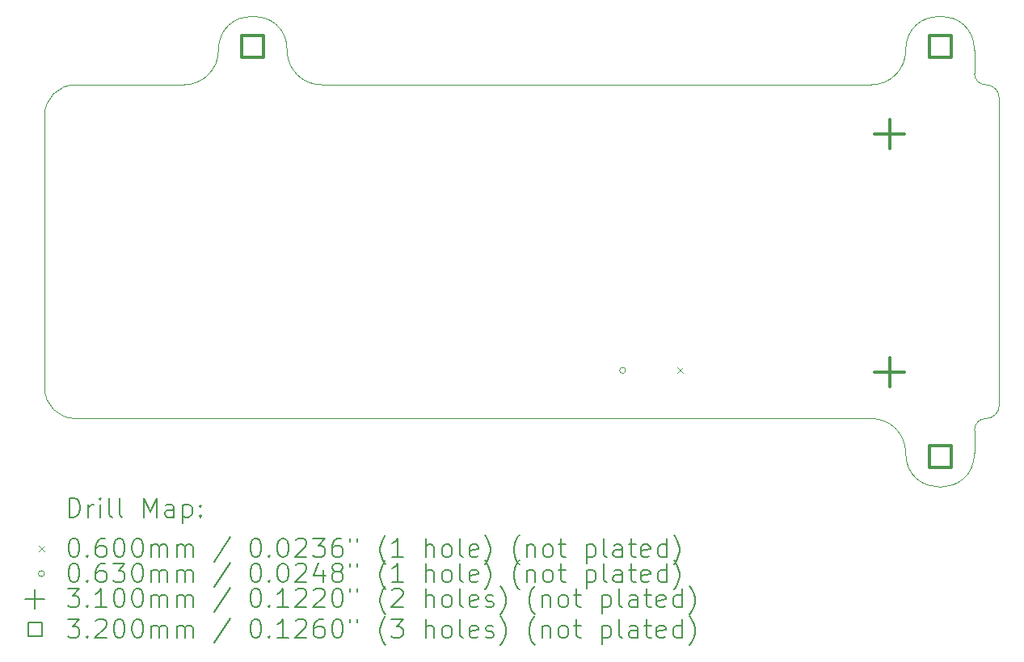
<source format=gbr>
%TF.GenerationSoftware,KiCad,Pcbnew,9.0.2+1*%
%TF.CreationDate,2025-08-16T20:28:59+01:00*%
%TF.ProjectId,Navigator,4e617669-6761-4746-9f72-2e6b69636164,rev?*%
%TF.SameCoordinates,Original*%
%TF.FileFunction,Drillmap*%
%TF.FilePolarity,Positive*%
%FSLAX45Y45*%
G04 Gerber Fmt 4.5, Leading zero omitted, Abs format (unit mm)*
G04 Created by KiCad (PCBNEW 9.0.2+1) date 2025-08-16 20:28:59*
%MOMM*%
%LPD*%
G01*
G04 APERTURE LIST*
%ADD10C,0.050000*%
%ADD11C,0.200000*%
%ADD12C,0.100000*%
%ADD13C,0.310000*%
%ADD14C,0.320000*%
G04 APERTURE END LIST*
D10*
X11820000Y-6140000D02*
G75*
G02*
X12540000Y-6140000I360000J0D01*
G01*
X10000000Y-9680000D02*
X10000000Y-6820000D01*
X12900000Y-6500000D02*
X18660000Y-6500000D01*
X10320000Y-10000000D02*
G75*
G02*
X10000000Y-9680000I0J320000D01*
G01*
X11460000Y-6500000D02*
X10320000Y-6500000D01*
X19020000Y-6140000D02*
G75*
G02*
X18660000Y-6500000I-360000J0D01*
G01*
X19020000Y-6140000D02*
G75*
G02*
X19740000Y-6140000I360000J0D01*
G01*
X10320000Y-10000000D02*
X18660000Y-10000000D01*
X19740000Y-6140000D02*
X19740000Y-6380000D01*
X20000000Y-9860000D02*
G75*
G02*
X19860000Y-10000000I-140000J0D01*
G01*
X19740000Y-10120000D02*
X19740000Y-10360000D01*
X19860000Y-6500000D02*
G75*
G02*
X19740000Y-6380000I0J120000D01*
G01*
X20000000Y-6640000D02*
X20000000Y-9860000D01*
X10000000Y-6820000D02*
G75*
G02*
X10320000Y-6500000I320000J0D01*
G01*
X19740000Y-10120000D02*
G75*
G02*
X19860000Y-10000000I120000J0D01*
G01*
X12900000Y-6500000D02*
G75*
G02*
X12540000Y-6140000I0J360000D01*
G01*
X19860000Y-6500000D02*
G75*
G02*
X20000000Y-6640000I0J-140000D01*
G01*
X18660000Y-10000000D02*
G75*
G02*
X19020000Y-10360000I0J-360000D01*
G01*
X11820000Y-6140000D02*
G75*
G02*
X11460000Y-6500000I-360000J0D01*
G01*
X19740000Y-10360000D02*
G75*
G02*
X19020000Y-10360000I-360000J0D01*
G01*
D11*
D12*
X16624486Y-9464850D02*
X16684486Y-9524850D01*
X16684486Y-9464850D02*
X16624486Y-9524850D01*
X16085986Y-9494850D02*
G75*
G02*
X16022986Y-9494850I-31500J0D01*
G01*
X16022986Y-9494850D02*
G75*
G02*
X16085986Y-9494850I31500J0D01*
G01*
D13*
X18852000Y-6860900D02*
X18852000Y-7170900D01*
X18697000Y-7015900D02*
X19007000Y-7015900D01*
X18852000Y-9359900D02*
X18852000Y-9669900D01*
X18697000Y-9514900D02*
X19007000Y-9514900D01*
D14*
X12293138Y-6213138D02*
X12293138Y-5986862D01*
X12066862Y-5986862D01*
X12066862Y-6213138D01*
X12293138Y-6213138D01*
X19493138Y-6213138D02*
X19493138Y-5986862D01*
X19266862Y-5986862D01*
X19266862Y-6213138D01*
X19493138Y-6213138D01*
X19493138Y-10513138D02*
X19493138Y-10286862D01*
X19266862Y-10286862D01*
X19266862Y-10513138D01*
X19493138Y-10513138D01*
D11*
X10258277Y-11033984D02*
X10258277Y-10833984D01*
X10258277Y-10833984D02*
X10305896Y-10833984D01*
X10305896Y-10833984D02*
X10334467Y-10843508D01*
X10334467Y-10843508D02*
X10353515Y-10862555D01*
X10353515Y-10862555D02*
X10363039Y-10881603D01*
X10363039Y-10881603D02*
X10372563Y-10919698D01*
X10372563Y-10919698D02*
X10372563Y-10948270D01*
X10372563Y-10948270D02*
X10363039Y-10986365D01*
X10363039Y-10986365D02*
X10353515Y-11005412D01*
X10353515Y-11005412D02*
X10334467Y-11024460D01*
X10334467Y-11024460D02*
X10305896Y-11033984D01*
X10305896Y-11033984D02*
X10258277Y-11033984D01*
X10458277Y-11033984D02*
X10458277Y-10900650D01*
X10458277Y-10938746D02*
X10467801Y-10919698D01*
X10467801Y-10919698D02*
X10477324Y-10910174D01*
X10477324Y-10910174D02*
X10496372Y-10900650D01*
X10496372Y-10900650D02*
X10515420Y-10900650D01*
X10582086Y-11033984D02*
X10582086Y-10900650D01*
X10582086Y-10833984D02*
X10572563Y-10843508D01*
X10572563Y-10843508D02*
X10582086Y-10853031D01*
X10582086Y-10853031D02*
X10591610Y-10843508D01*
X10591610Y-10843508D02*
X10582086Y-10833984D01*
X10582086Y-10833984D02*
X10582086Y-10853031D01*
X10705896Y-11033984D02*
X10686848Y-11024460D01*
X10686848Y-11024460D02*
X10677324Y-11005412D01*
X10677324Y-11005412D02*
X10677324Y-10833984D01*
X10810658Y-11033984D02*
X10791610Y-11024460D01*
X10791610Y-11024460D02*
X10782086Y-11005412D01*
X10782086Y-11005412D02*
X10782086Y-10833984D01*
X11039229Y-11033984D02*
X11039229Y-10833984D01*
X11039229Y-10833984D02*
X11105896Y-10976841D01*
X11105896Y-10976841D02*
X11172563Y-10833984D01*
X11172563Y-10833984D02*
X11172563Y-11033984D01*
X11353515Y-11033984D02*
X11353515Y-10929222D01*
X11353515Y-10929222D02*
X11343991Y-10910174D01*
X11343991Y-10910174D02*
X11324943Y-10900650D01*
X11324943Y-10900650D02*
X11286848Y-10900650D01*
X11286848Y-10900650D02*
X11267801Y-10910174D01*
X11353515Y-11024460D02*
X11334467Y-11033984D01*
X11334467Y-11033984D02*
X11286848Y-11033984D01*
X11286848Y-11033984D02*
X11267801Y-11024460D01*
X11267801Y-11024460D02*
X11258277Y-11005412D01*
X11258277Y-11005412D02*
X11258277Y-10986365D01*
X11258277Y-10986365D02*
X11267801Y-10967317D01*
X11267801Y-10967317D02*
X11286848Y-10957793D01*
X11286848Y-10957793D02*
X11334467Y-10957793D01*
X11334467Y-10957793D02*
X11353515Y-10948270D01*
X11448753Y-10900650D02*
X11448753Y-11100650D01*
X11448753Y-10910174D02*
X11467801Y-10900650D01*
X11467801Y-10900650D02*
X11505896Y-10900650D01*
X11505896Y-10900650D02*
X11524943Y-10910174D01*
X11524943Y-10910174D02*
X11534467Y-10919698D01*
X11534467Y-10919698D02*
X11543991Y-10938746D01*
X11543991Y-10938746D02*
X11543991Y-10995889D01*
X11543991Y-10995889D02*
X11534467Y-11014936D01*
X11534467Y-11014936D02*
X11524943Y-11024460D01*
X11524943Y-11024460D02*
X11505896Y-11033984D01*
X11505896Y-11033984D02*
X11467801Y-11033984D01*
X11467801Y-11033984D02*
X11448753Y-11024460D01*
X11629705Y-11014936D02*
X11639229Y-11024460D01*
X11639229Y-11024460D02*
X11629705Y-11033984D01*
X11629705Y-11033984D02*
X11620182Y-11024460D01*
X11620182Y-11024460D02*
X11629705Y-11014936D01*
X11629705Y-11014936D02*
X11629705Y-11033984D01*
X11629705Y-10910174D02*
X11639229Y-10919698D01*
X11639229Y-10919698D02*
X11629705Y-10929222D01*
X11629705Y-10929222D02*
X11620182Y-10919698D01*
X11620182Y-10919698D02*
X11629705Y-10910174D01*
X11629705Y-10910174D02*
X11629705Y-10929222D01*
D12*
X9937500Y-11332500D02*
X9997500Y-11392500D01*
X9997500Y-11332500D02*
X9937500Y-11392500D01*
D11*
X10296372Y-11253984D02*
X10315420Y-11253984D01*
X10315420Y-11253984D02*
X10334467Y-11263508D01*
X10334467Y-11263508D02*
X10343991Y-11273031D01*
X10343991Y-11273031D02*
X10353515Y-11292079D01*
X10353515Y-11292079D02*
X10363039Y-11330174D01*
X10363039Y-11330174D02*
X10363039Y-11377793D01*
X10363039Y-11377793D02*
X10353515Y-11415888D01*
X10353515Y-11415888D02*
X10343991Y-11434936D01*
X10343991Y-11434936D02*
X10334467Y-11444460D01*
X10334467Y-11444460D02*
X10315420Y-11453984D01*
X10315420Y-11453984D02*
X10296372Y-11453984D01*
X10296372Y-11453984D02*
X10277324Y-11444460D01*
X10277324Y-11444460D02*
X10267801Y-11434936D01*
X10267801Y-11434936D02*
X10258277Y-11415888D01*
X10258277Y-11415888D02*
X10248753Y-11377793D01*
X10248753Y-11377793D02*
X10248753Y-11330174D01*
X10248753Y-11330174D02*
X10258277Y-11292079D01*
X10258277Y-11292079D02*
X10267801Y-11273031D01*
X10267801Y-11273031D02*
X10277324Y-11263508D01*
X10277324Y-11263508D02*
X10296372Y-11253984D01*
X10448753Y-11434936D02*
X10458277Y-11444460D01*
X10458277Y-11444460D02*
X10448753Y-11453984D01*
X10448753Y-11453984D02*
X10439229Y-11444460D01*
X10439229Y-11444460D02*
X10448753Y-11434936D01*
X10448753Y-11434936D02*
X10448753Y-11453984D01*
X10629705Y-11253984D02*
X10591610Y-11253984D01*
X10591610Y-11253984D02*
X10572563Y-11263508D01*
X10572563Y-11263508D02*
X10563039Y-11273031D01*
X10563039Y-11273031D02*
X10543991Y-11301603D01*
X10543991Y-11301603D02*
X10534467Y-11339698D01*
X10534467Y-11339698D02*
X10534467Y-11415888D01*
X10534467Y-11415888D02*
X10543991Y-11434936D01*
X10543991Y-11434936D02*
X10553515Y-11444460D01*
X10553515Y-11444460D02*
X10572563Y-11453984D01*
X10572563Y-11453984D02*
X10610658Y-11453984D01*
X10610658Y-11453984D02*
X10629705Y-11444460D01*
X10629705Y-11444460D02*
X10639229Y-11434936D01*
X10639229Y-11434936D02*
X10648753Y-11415888D01*
X10648753Y-11415888D02*
X10648753Y-11368269D01*
X10648753Y-11368269D02*
X10639229Y-11349222D01*
X10639229Y-11349222D02*
X10629705Y-11339698D01*
X10629705Y-11339698D02*
X10610658Y-11330174D01*
X10610658Y-11330174D02*
X10572563Y-11330174D01*
X10572563Y-11330174D02*
X10553515Y-11339698D01*
X10553515Y-11339698D02*
X10543991Y-11349222D01*
X10543991Y-11349222D02*
X10534467Y-11368269D01*
X10772563Y-11253984D02*
X10791610Y-11253984D01*
X10791610Y-11253984D02*
X10810658Y-11263508D01*
X10810658Y-11263508D02*
X10820182Y-11273031D01*
X10820182Y-11273031D02*
X10829705Y-11292079D01*
X10829705Y-11292079D02*
X10839229Y-11330174D01*
X10839229Y-11330174D02*
X10839229Y-11377793D01*
X10839229Y-11377793D02*
X10829705Y-11415888D01*
X10829705Y-11415888D02*
X10820182Y-11434936D01*
X10820182Y-11434936D02*
X10810658Y-11444460D01*
X10810658Y-11444460D02*
X10791610Y-11453984D01*
X10791610Y-11453984D02*
X10772563Y-11453984D01*
X10772563Y-11453984D02*
X10753515Y-11444460D01*
X10753515Y-11444460D02*
X10743991Y-11434936D01*
X10743991Y-11434936D02*
X10734467Y-11415888D01*
X10734467Y-11415888D02*
X10724944Y-11377793D01*
X10724944Y-11377793D02*
X10724944Y-11330174D01*
X10724944Y-11330174D02*
X10734467Y-11292079D01*
X10734467Y-11292079D02*
X10743991Y-11273031D01*
X10743991Y-11273031D02*
X10753515Y-11263508D01*
X10753515Y-11263508D02*
X10772563Y-11253984D01*
X10963039Y-11253984D02*
X10982086Y-11253984D01*
X10982086Y-11253984D02*
X11001134Y-11263508D01*
X11001134Y-11263508D02*
X11010658Y-11273031D01*
X11010658Y-11273031D02*
X11020182Y-11292079D01*
X11020182Y-11292079D02*
X11029705Y-11330174D01*
X11029705Y-11330174D02*
X11029705Y-11377793D01*
X11029705Y-11377793D02*
X11020182Y-11415888D01*
X11020182Y-11415888D02*
X11010658Y-11434936D01*
X11010658Y-11434936D02*
X11001134Y-11444460D01*
X11001134Y-11444460D02*
X10982086Y-11453984D01*
X10982086Y-11453984D02*
X10963039Y-11453984D01*
X10963039Y-11453984D02*
X10943991Y-11444460D01*
X10943991Y-11444460D02*
X10934467Y-11434936D01*
X10934467Y-11434936D02*
X10924944Y-11415888D01*
X10924944Y-11415888D02*
X10915420Y-11377793D01*
X10915420Y-11377793D02*
X10915420Y-11330174D01*
X10915420Y-11330174D02*
X10924944Y-11292079D01*
X10924944Y-11292079D02*
X10934467Y-11273031D01*
X10934467Y-11273031D02*
X10943991Y-11263508D01*
X10943991Y-11263508D02*
X10963039Y-11253984D01*
X11115420Y-11453984D02*
X11115420Y-11320650D01*
X11115420Y-11339698D02*
X11124944Y-11330174D01*
X11124944Y-11330174D02*
X11143991Y-11320650D01*
X11143991Y-11320650D02*
X11172563Y-11320650D01*
X11172563Y-11320650D02*
X11191610Y-11330174D01*
X11191610Y-11330174D02*
X11201134Y-11349222D01*
X11201134Y-11349222D02*
X11201134Y-11453984D01*
X11201134Y-11349222D02*
X11210658Y-11330174D01*
X11210658Y-11330174D02*
X11229705Y-11320650D01*
X11229705Y-11320650D02*
X11258277Y-11320650D01*
X11258277Y-11320650D02*
X11277324Y-11330174D01*
X11277324Y-11330174D02*
X11286848Y-11349222D01*
X11286848Y-11349222D02*
X11286848Y-11453984D01*
X11382086Y-11453984D02*
X11382086Y-11320650D01*
X11382086Y-11339698D02*
X11391610Y-11330174D01*
X11391610Y-11330174D02*
X11410658Y-11320650D01*
X11410658Y-11320650D02*
X11439229Y-11320650D01*
X11439229Y-11320650D02*
X11458277Y-11330174D01*
X11458277Y-11330174D02*
X11467801Y-11349222D01*
X11467801Y-11349222D02*
X11467801Y-11453984D01*
X11467801Y-11349222D02*
X11477324Y-11330174D01*
X11477324Y-11330174D02*
X11496372Y-11320650D01*
X11496372Y-11320650D02*
X11524943Y-11320650D01*
X11524943Y-11320650D02*
X11543991Y-11330174D01*
X11543991Y-11330174D02*
X11553515Y-11349222D01*
X11553515Y-11349222D02*
X11553515Y-11453984D01*
X11943991Y-11244460D02*
X11772563Y-11501603D01*
X12201134Y-11253984D02*
X12220182Y-11253984D01*
X12220182Y-11253984D02*
X12239229Y-11263508D01*
X12239229Y-11263508D02*
X12248753Y-11273031D01*
X12248753Y-11273031D02*
X12258277Y-11292079D01*
X12258277Y-11292079D02*
X12267801Y-11330174D01*
X12267801Y-11330174D02*
X12267801Y-11377793D01*
X12267801Y-11377793D02*
X12258277Y-11415888D01*
X12258277Y-11415888D02*
X12248753Y-11434936D01*
X12248753Y-11434936D02*
X12239229Y-11444460D01*
X12239229Y-11444460D02*
X12220182Y-11453984D01*
X12220182Y-11453984D02*
X12201134Y-11453984D01*
X12201134Y-11453984D02*
X12182086Y-11444460D01*
X12182086Y-11444460D02*
X12172563Y-11434936D01*
X12172563Y-11434936D02*
X12163039Y-11415888D01*
X12163039Y-11415888D02*
X12153515Y-11377793D01*
X12153515Y-11377793D02*
X12153515Y-11330174D01*
X12153515Y-11330174D02*
X12163039Y-11292079D01*
X12163039Y-11292079D02*
X12172563Y-11273031D01*
X12172563Y-11273031D02*
X12182086Y-11263508D01*
X12182086Y-11263508D02*
X12201134Y-11253984D01*
X12353515Y-11434936D02*
X12363039Y-11444460D01*
X12363039Y-11444460D02*
X12353515Y-11453984D01*
X12353515Y-11453984D02*
X12343991Y-11444460D01*
X12343991Y-11444460D02*
X12353515Y-11434936D01*
X12353515Y-11434936D02*
X12353515Y-11453984D01*
X12486848Y-11253984D02*
X12505896Y-11253984D01*
X12505896Y-11253984D02*
X12524944Y-11263508D01*
X12524944Y-11263508D02*
X12534467Y-11273031D01*
X12534467Y-11273031D02*
X12543991Y-11292079D01*
X12543991Y-11292079D02*
X12553515Y-11330174D01*
X12553515Y-11330174D02*
X12553515Y-11377793D01*
X12553515Y-11377793D02*
X12543991Y-11415888D01*
X12543991Y-11415888D02*
X12534467Y-11434936D01*
X12534467Y-11434936D02*
X12524944Y-11444460D01*
X12524944Y-11444460D02*
X12505896Y-11453984D01*
X12505896Y-11453984D02*
X12486848Y-11453984D01*
X12486848Y-11453984D02*
X12467801Y-11444460D01*
X12467801Y-11444460D02*
X12458277Y-11434936D01*
X12458277Y-11434936D02*
X12448753Y-11415888D01*
X12448753Y-11415888D02*
X12439229Y-11377793D01*
X12439229Y-11377793D02*
X12439229Y-11330174D01*
X12439229Y-11330174D02*
X12448753Y-11292079D01*
X12448753Y-11292079D02*
X12458277Y-11273031D01*
X12458277Y-11273031D02*
X12467801Y-11263508D01*
X12467801Y-11263508D02*
X12486848Y-11253984D01*
X12629706Y-11273031D02*
X12639229Y-11263508D01*
X12639229Y-11263508D02*
X12658277Y-11253984D01*
X12658277Y-11253984D02*
X12705896Y-11253984D01*
X12705896Y-11253984D02*
X12724944Y-11263508D01*
X12724944Y-11263508D02*
X12734467Y-11273031D01*
X12734467Y-11273031D02*
X12743991Y-11292079D01*
X12743991Y-11292079D02*
X12743991Y-11311127D01*
X12743991Y-11311127D02*
X12734467Y-11339698D01*
X12734467Y-11339698D02*
X12620182Y-11453984D01*
X12620182Y-11453984D02*
X12743991Y-11453984D01*
X12810658Y-11253984D02*
X12934467Y-11253984D01*
X12934467Y-11253984D02*
X12867801Y-11330174D01*
X12867801Y-11330174D02*
X12896372Y-11330174D01*
X12896372Y-11330174D02*
X12915420Y-11339698D01*
X12915420Y-11339698D02*
X12924944Y-11349222D01*
X12924944Y-11349222D02*
X12934467Y-11368269D01*
X12934467Y-11368269D02*
X12934467Y-11415888D01*
X12934467Y-11415888D02*
X12924944Y-11434936D01*
X12924944Y-11434936D02*
X12915420Y-11444460D01*
X12915420Y-11444460D02*
X12896372Y-11453984D01*
X12896372Y-11453984D02*
X12839229Y-11453984D01*
X12839229Y-11453984D02*
X12820182Y-11444460D01*
X12820182Y-11444460D02*
X12810658Y-11434936D01*
X13105896Y-11253984D02*
X13067801Y-11253984D01*
X13067801Y-11253984D02*
X13048753Y-11263508D01*
X13048753Y-11263508D02*
X13039229Y-11273031D01*
X13039229Y-11273031D02*
X13020182Y-11301603D01*
X13020182Y-11301603D02*
X13010658Y-11339698D01*
X13010658Y-11339698D02*
X13010658Y-11415888D01*
X13010658Y-11415888D02*
X13020182Y-11434936D01*
X13020182Y-11434936D02*
X13029706Y-11444460D01*
X13029706Y-11444460D02*
X13048753Y-11453984D01*
X13048753Y-11453984D02*
X13086848Y-11453984D01*
X13086848Y-11453984D02*
X13105896Y-11444460D01*
X13105896Y-11444460D02*
X13115420Y-11434936D01*
X13115420Y-11434936D02*
X13124944Y-11415888D01*
X13124944Y-11415888D02*
X13124944Y-11368269D01*
X13124944Y-11368269D02*
X13115420Y-11349222D01*
X13115420Y-11349222D02*
X13105896Y-11339698D01*
X13105896Y-11339698D02*
X13086848Y-11330174D01*
X13086848Y-11330174D02*
X13048753Y-11330174D01*
X13048753Y-11330174D02*
X13029706Y-11339698D01*
X13029706Y-11339698D02*
X13020182Y-11349222D01*
X13020182Y-11349222D02*
X13010658Y-11368269D01*
X13201134Y-11253984D02*
X13201134Y-11292079D01*
X13277325Y-11253984D02*
X13277325Y-11292079D01*
X13572563Y-11530174D02*
X13563039Y-11520650D01*
X13563039Y-11520650D02*
X13543991Y-11492079D01*
X13543991Y-11492079D02*
X13534468Y-11473031D01*
X13534468Y-11473031D02*
X13524944Y-11444460D01*
X13524944Y-11444460D02*
X13515420Y-11396841D01*
X13515420Y-11396841D02*
X13515420Y-11358746D01*
X13515420Y-11358746D02*
X13524944Y-11311127D01*
X13524944Y-11311127D02*
X13534468Y-11282555D01*
X13534468Y-11282555D02*
X13543991Y-11263508D01*
X13543991Y-11263508D02*
X13563039Y-11234936D01*
X13563039Y-11234936D02*
X13572563Y-11225412D01*
X13753515Y-11453984D02*
X13639229Y-11453984D01*
X13696372Y-11453984D02*
X13696372Y-11253984D01*
X13696372Y-11253984D02*
X13677325Y-11282555D01*
X13677325Y-11282555D02*
X13658277Y-11301603D01*
X13658277Y-11301603D02*
X13639229Y-11311127D01*
X13991610Y-11453984D02*
X13991610Y-11253984D01*
X14077325Y-11453984D02*
X14077325Y-11349222D01*
X14077325Y-11349222D02*
X14067801Y-11330174D01*
X14067801Y-11330174D02*
X14048753Y-11320650D01*
X14048753Y-11320650D02*
X14020182Y-11320650D01*
X14020182Y-11320650D02*
X14001134Y-11330174D01*
X14001134Y-11330174D02*
X13991610Y-11339698D01*
X14201134Y-11453984D02*
X14182087Y-11444460D01*
X14182087Y-11444460D02*
X14172563Y-11434936D01*
X14172563Y-11434936D02*
X14163039Y-11415888D01*
X14163039Y-11415888D02*
X14163039Y-11358746D01*
X14163039Y-11358746D02*
X14172563Y-11339698D01*
X14172563Y-11339698D02*
X14182087Y-11330174D01*
X14182087Y-11330174D02*
X14201134Y-11320650D01*
X14201134Y-11320650D02*
X14229706Y-11320650D01*
X14229706Y-11320650D02*
X14248753Y-11330174D01*
X14248753Y-11330174D02*
X14258277Y-11339698D01*
X14258277Y-11339698D02*
X14267801Y-11358746D01*
X14267801Y-11358746D02*
X14267801Y-11415888D01*
X14267801Y-11415888D02*
X14258277Y-11434936D01*
X14258277Y-11434936D02*
X14248753Y-11444460D01*
X14248753Y-11444460D02*
X14229706Y-11453984D01*
X14229706Y-11453984D02*
X14201134Y-11453984D01*
X14382087Y-11453984D02*
X14363039Y-11444460D01*
X14363039Y-11444460D02*
X14353515Y-11425412D01*
X14353515Y-11425412D02*
X14353515Y-11253984D01*
X14534468Y-11444460D02*
X14515420Y-11453984D01*
X14515420Y-11453984D02*
X14477325Y-11453984D01*
X14477325Y-11453984D02*
X14458277Y-11444460D01*
X14458277Y-11444460D02*
X14448753Y-11425412D01*
X14448753Y-11425412D02*
X14448753Y-11349222D01*
X14448753Y-11349222D02*
X14458277Y-11330174D01*
X14458277Y-11330174D02*
X14477325Y-11320650D01*
X14477325Y-11320650D02*
X14515420Y-11320650D01*
X14515420Y-11320650D02*
X14534468Y-11330174D01*
X14534468Y-11330174D02*
X14543991Y-11349222D01*
X14543991Y-11349222D02*
X14543991Y-11368269D01*
X14543991Y-11368269D02*
X14448753Y-11387317D01*
X14610658Y-11530174D02*
X14620182Y-11520650D01*
X14620182Y-11520650D02*
X14639230Y-11492079D01*
X14639230Y-11492079D02*
X14648753Y-11473031D01*
X14648753Y-11473031D02*
X14658277Y-11444460D01*
X14658277Y-11444460D02*
X14667801Y-11396841D01*
X14667801Y-11396841D02*
X14667801Y-11358746D01*
X14667801Y-11358746D02*
X14658277Y-11311127D01*
X14658277Y-11311127D02*
X14648753Y-11282555D01*
X14648753Y-11282555D02*
X14639230Y-11263508D01*
X14639230Y-11263508D02*
X14620182Y-11234936D01*
X14620182Y-11234936D02*
X14610658Y-11225412D01*
X14972563Y-11530174D02*
X14963039Y-11520650D01*
X14963039Y-11520650D02*
X14943991Y-11492079D01*
X14943991Y-11492079D02*
X14934468Y-11473031D01*
X14934468Y-11473031D02*
X14924944Y-11444460D01*
X14924944Y-11444460D02*
X14915420Y-11396841D01*
X14915420Y-11396841D02*
X14915420Y-11358746D01*
X14915420Y-11358746D02*
X14924944Y-11311127D01*
X14924944Y-11311127D02*
X14934468Y-11282555D01*
X14934468Y-11282555D02*
X14943991Y-11263508D01*
X14943991Y-11263508D02*
X14963039Y-11234936D01*
X14963039Y-11234936D02*
X14972563Y-11225412D01*
X15048753Y-11320650D02*
X15048753Y-11453984D01*
X15048753Y-11339698D02*
X15058277Y-11330174D01*
X15058277Y-11330174D02*
X15077325Y-11320650D01*
X15077325Y-11320650D02*
X15105896Y-11320650D01*
X15105896Y-11320650D02*
X15124944Y-11330174D01*
X15124944Y-11330174D02*
X15134468Y-11349222D01*
X15134468Y-11349222D02*
X15134468Y-11453984D01*
X15258277Y-11453984D02*
X15239230Y-11444460D01*
X15239230Y-11444460D02*
X15229706Y-11434936D01*
X15229706Y-11434936D02*
X15220182Y-11415888D01*
X15220182Y-11415888D02*
X15220182Y-11358746D01*
X15220182Y-11358746D02*
X15229706Y-11339698D01*
X15229706Y-11339698D02*
X15239230Y-11330174D01*
X15239230Y-11330174D02*
X15258277Y-11320650D01*
X15258277Y-11320650D02*
X15286849Y-11320650D01*
X15286849Y-11320650D02*
X15305896Y-11330174D01*
X15305896Y-11330174D02*
X15315420Y-11339698D01*
X15315420Y-11339698D02*
X15324944Y-11358746D01*
X15324944Y-11358746D02*
X15324944Y-11415888D01*
X15324944Y-11415888D02*
X15315420Y-11434936D01*
X15315420Y-11434936D02*
X15305896Y-11444460D01*
X15305896Y-11444460D02*
X15286849Y-11453984D01*
X15286849Y-11453984D02*
X15258277Y-11453984D01*
X15382087Y-11320650D02*
X15458277Y-11320650D01*
X15410658Y-11253984D02*
X15410658Y-11425412D01*
X15410658Y-11425412D02*
X15420182Y-11444460D01*
X15420182Y-11444460D02*
X15439230Y-11453984D01*
X15439230Y-11453984D02*
X15458277Y-11453984D01*
X15677325Y-11320650D02*
X15677325Y-11520650D01*
X15677325Y-11330174D02*
X15696372Y-11320650D01*
X15696372Y-11320650D02*
X15734468Y-11320650D01*
X15734468Y-11320650D02*
X15753515Y-11330174D01*
X15753515Y-11330174D02*
X15763039Y-11339698D01*
X15763039Y-11339698D02*
X15772563Y-11358746D01*
X15772563Y-11358746D02*
X15772563Y-11415888D01*
X15772563Y-11415888D02*
X15763039Y-11434936D01*
X15763039Y-11434936D02*
X15753515Y-11444460D01*
X15753515Y-11444460D02*
X15734468Y-11453984D01*
X15734468Y-11453984D02*
X15696372Y-11453984D01*
X15696372Y-11453984D02*
X15677325Y-11444460D01*
X15886849Y-11453984D02*
X15867801Y-11444460D01*
X15867801Y-11444460D02*
X15858277Y-11425412D01*
X15858277Y-11425412D02*
X15858277Y-11253984D01*
X16048753Y-11453984D02*
X16048753Y-11349222D01*
X16048753Y-11349222D02*
X16039230Y-11330174D01*
X16039230Y-11330174D02*
X16020182Y-11320650D01*
X16020182Y-11320650D02*
X15982087Y-11320650D01*
X15982087Y-11320650D02*
X15963039Y-11330174D01*
X16048753Y-11444460D02*
X16029706Y-11453984D01*
X16029706Y-11453984D02*
X15982087Y-11453984D01*
X15982087Y-11453984D02*
X15963039Y-11444460D01*
X15963039Y-11444460D02*
X15953515Y-11425412D01*
X15953515Y-11425412D02*
X15953515Y-11406365D01*
X15953515Y-11406365D02*
X15963039Y-11387317D01*
X15963039Y-11387317D02*
X15982087Y-11377793D01*
X15982087Y-11377793D02*
X16029706Y-11377793D01*
X16029706Y-11377793D02*
X16048753Y-11368269D01*
X16115420Y-11320650D02*
X16191611Y-11320650D01*
X16143992Y-11253984D02*
X16143992Y-11425412D01*
X16143992Y-11425412D02*
X16153515Y-11444460D01*
X16153515Y-11444460D02*
X16172563Y-11453984D01*
X16172563Y-11453984D02*
X16191611Y-11453984D01*
X16334468Y-11444460D02*
X16315420Y-11453984D01*
X16315420Y-11453984D02*
X16277325Y-11453984D01*
X16277325Y-11453984D02*
X16258277Y-11444460D01*
X16258277Y-11444460D02*
X16248753Y-11425412D01*
X16248753Y-11425412D02*
X16248753Y-11349222D01*
X16248753Y-11349222D02*
X16258277Y-11330174D01*
X16258277Y-11330174D02*
X16277325Y-11320650D01*
X16277325Y-11320650D02*
X16315420Y-11320650D01*
X16315420Y-11320650D02*
X16334468Y-11330174D01*
X16334468Y-11330174D02*
X16343992Y-11349222D01*
X16343992Y-11349222D02*
X16343992Y-11368269D01*
X16343992Y-11368269D02*
X16248753Y-11387317D01*
X16515420Y-11453984D02*
X16515420Y-11253984D01*
X16515420Y-11444460D02*
X16496373Y-11453984D01*
X16496373Y-11453984D02*
X16458277Y-11453984D01*
X16458277Y-11453984D02*
X16439230Y-11444460D01*
X16439230Y-11444460D02*
X16429706Y-11434936D01*
X16429706Y-11434936D02*
X16420182Y-11415888D01*
X16420182Y-11415888D02*
X16420182Y-11358746D01*
X16420182Y-11358746D02*
X16429706Y-11339698D01*
X16429706Y-11339698D02*
X16439230Y-11330174D01*
X16439230Y-11330174D02*
X16458277Y-11320650D01*
X16458277Y-11320650D02*
X16496373Y-11320650D01*
X16496373Y-11320650D02*
X16515420Y-11330174D01*
X16591611Y-11530174D02*
X16601134Y-11520650D01*
X16601134Y-11520650D02*
X16620182Y-11492079D01*
X16620182Y-11492079D02*
X16629706Y-11473031D01*
X16629706Y-11473031D02*
X16639230Y-11444460D01*
X16639230Y-11444460D02*
X16648753Y-11396841D01*
X16648753Y-11396841D02*
X16648753Y-11358746D01*
X16648753Y-11358746D02*
X16639230Y-11311127D01*
X16639230Y-11311127D02*
X16629706Y-11282555D01*
X16629706Y-11282555D02*
X16620182Y-11263508D01*
X16620182Y-11263508D02*
X16601134Y-11234936D01*
X16601134Y-11234936D02*
X16591611Y-11225412D01*
D12*
X9997500Y-11626500D02*
G75*
G02*
X9934500Y-11626500I-31500J0D01*
G01*
X9934500Y-11626500D02*
G75*
G02*
X9997500Y-11626500I31500J0D01*
G01*
D11*
X10296372Y-11517984D02*
X10315420Y-11517984D01*
X10315420Y-11517984D02*
X10334467Y-11527508D01*
X10334467Y-11527508D02*
X10343991Y-11537031D01*
X10343991Y-11537031D02*
X10353515Y-11556079D01*
X10353515Y-11556079D02*
X10363039Y-11594174D01*
X10363039Y-11594174D02*
X10363039Y-11641793D01*
X10363039Y-11641793D02*
X10353515Y-11679888D01*
X10353515Y-11679888D02*
X10343991Y-11698936D01*
X10343991Y-11698936D02*
X10334467Y-11708460D01*
X10334467Y-11708460D02*
X10315420Y-11717984D01*
X10315420Y-11717984D02*
X10296372Y-11717984D01*
X10296372Y-11717984D02*
X10277324Y-11708460D01*
X10277324Y-11708460D02*
X10267801Y-11698936D01*
X10267801Y-11698936D02*
X10258277Y-11679888D01*
X10258277Y-11679888D02*
X10248753Y-11641793D01*
X10248753Y-11641793D02*
X10248753Y-11594174D01*
X10248753Y-11594174D02*
X10258277Y-11556079D01*
X10258277Y-11556079D02*
X10267801Y-11537031D01*
X10267801Y-11537031D02*
X10277324Y-11527508D01*
X10277324Y-11527508D02*
X10296372Y-11517984D01*
X10448753Y-11698936D02*
X10458277Y-11708460D01*
X10458277Y-11708460D02*
X10448753Y-11717984D01*
X10448753Y-11717984D02*
X10439229Y-11708460D01*
X10439229Y-11708460D02*
X10448753Y-11698936D01*
X10448753Y-11698936D02*
X10448753Y-11717984D01*
X10629705Y-11517984D02*
X10591610Y-11517984D01*
X10591610Y-11517984D02*
X10572563Y-11527508D01*
X10572563Y-11527508D02*
X10563039Y-11537031D01*
X10563039Y-11537031D02*
X10543991Y-11565603D01*
X10543991Y-11565603D02*
X10534467Y-11603698D01*
X10534467Y-11603698D02*
X10534467Y-11679888D01*
X10534467Y-11679888D02*
X10543991Y-11698936D01*
X10543991Y-11698936D02*
X10553515Y-11708460D01*
X10553515Y-11708460D02*
X10572563Y-11717984D01*
X10572563Y-11717984D02*
X10610658Y-11717984D01*
X10610658Y-11717984D02*
X10629705Y-11708460D01*
X10629705Y-11708460D02*
X10639229Y-11698936D01*
X10639229Y-11698936D02*
X10648753Y-11679888D01*
X10648753Y-11679888D02*
X10648753Y-11632269D01*
X10648753Y-11632269D02*
X10639229Y-11613222D01*
X10639229Y-11613222D02*
X10629705Y-11603698D01*
X10629705Y-11603698D02*
X10610658Y-11594174D01*
X10610658Y-11594174D02*
X10572563Y-11594174D01*
X10572563Y-11594174D02*
X10553515Y-11603698D01*
X10553515Y-11603698D02*
X10543991Y-11613222D01*
X10543991Y-11613222D02*
X10534467Y-11632269D01*
X10715420Y-11517984D02*
X10839229Y-11517984D01*
X10839229Y-11517984D02*
X10772563Y-11594174D01*
X10772563Y-11594174D02*
X10801134Y-11594174D01*
X10801134Y-11594174D02*
X10820182Y-11603698D01*
X10820182Y-11603698D02*
X10829705Y-11613222D01*
X10829705Y-11613222D02*
X10839229Y-11632269D01*
X10839229Y-11632269D02*
X10839229Y-11679888D01*
X10839229Y-11679888D02*
X10829705Y-11698936D01*
X10829705Y-11698936D02*
X10820182Y-11708460D01*
X10820182Y-11708460D02*
X10801134Y-11717984D01*
X10801134Y-11717984D02*
X10743991Y-11717984D01*
X10743991Y-11717984D02*
X10724944Y-11708460D01*
X10724944Y-11708460D02*
X10715420Y-11698936D01*
X10963039Y-11517984D02*
X10982086Y-11517984D01*
X10982086Y-11517984D02*
X11001134Y-11527508D01*
X11001134Y-11527508D02*
X11010658Y-11537031D01*
X11010658Y-11537031D02*
X11020182Y-11556079D01*
X11020182Y-11556079D02*
X11029705Y-11594174D01*
X11029705Y-11594174D02*
X11029705Y-11641793D01*
X11029705Y-11641793D02*
X11020182Y-11679888D01*
X11020182Y-11679888D02*
X11010658Y-11698936D01*
X11010658Y-11698936D02*
X11001134Y-11708460D01*
X11001134Y-11708460D02*
X10982086Y-11717984D01*
X10982086Y-11717984D02*
X10963039Y-11717984D01*
X10963039Y-11717984D02*
X10943991Y-11708460D01*
X10943991Y-11708460D02*
X10934467Y-11698936D01*
X10934467Y-11698936D02*
X10924944Y-11679888D01*
X10924944Y-11679888D02*
X10915420Y-11641793D01*
X10915420Y-11641793D02*
X10915420Y-11594174D01*
X10915420Y-11594174D02*
X10924944Y-11556079D01*
X10924944Y-11556079D02*
X10934467Y-11537031D01*
X10934467Y-11537031D02*
X10943991Y-11527508D01*
X10943991Y-11527508D02*
X10963039Y-11517984D01*
X11115420Y-11717984D02*
X11115420Y-11584650D01*
X11115420Y-11603698D02*
X11124944Y-11594174D01*
X11124944Y-11594174D02*
X11143991Y-11584650D01*
X11143991Y-11584650D02*
X11172563Y-11584650D01*
X11172563Y-11584650D02*
X11191610Y-11594174D01*
X11191610Y-11594174D02*
X11201134Y-11613222D01*
X11201134Y-11613222D02*
X11201134Y-11717984D01*
X11201134Y-11613222D02*
X11210658Y-11594174D01*
X11210658Y-11594174D02*
X11229705Y-11584650D01*
X11229705Y-11584650D02*
X11258277Y-11584650D01*
X11258277Y-11584650D02*
X11277324Y-11594174D01*
X11277324Y-11594174D02*
X11286848Y-11613222D01*
X11286848Y-11613222D02*
X11286848Y-11717984D01*
X11382086Y-11717984D02*
X11382086Y-11584650D01*
X11382086Y-11603698D02*
X11391610Y-11594174D01*
X11391610Y-11594174D02*
X11410658Y-11584650D01*
X11410658Y-11584650D02*
X11439229Y-11584650D01*
X11439229Y-11584650D02*
X11458277Y-11594174D01*
X11458277Y-11594174D02*
X11467801Y-11613222D01*
X11467801Y-11613222D02*
X11467801Y-11717984D01*
X11467801Y-11613222D02*
X11477324Y-11594174D01*
X11477324Y-11594174D02*
X11496372Y-11584650D01*
X11496372Y-11584650D02*
X11524943Y-11584650D01*
X11524943Y-11584650D02*
X11543991Y-11594174D01*
X11543991Y-11594174D02*
X11553515Y-11613222D01*
X11553515Y-11613222D02*
X11553515Y-11717984D01*
X11943991Y-11508460D02*
X11772563Y-11765603D01*
X12201134Y-11517984D02*
X12220182Y-11517984D01*
X12220182Y-11517984D02*
X12239229Y-11527508D01*
X12239229Y-11527508D02*
X12248753Y-11537031D01*
X12248753Y-11537031D02*
X12258277Y-11556079D01*
X12258277Y-11556079D02*
X12267801Y-11594174D01*
X12267801Y-11594174D02*
X12267801Y-11641793D01*
X12267801Y-11641793D02*
X12258277Y-11679888D01*
X12258277Y-11679888D02*
X12248753Y-11698936D01*
X12248753Y-11698936D02*
X12239229Y-11708460D01*
X12239229Y-11708460D02*
X12220182Y-11717984D01*
X12220182Y-11717984D02*
X12201134Y-11717984D01*
X12201134Y-11717984D02*
X12182086Y-11708460D01*
X12182086Y-11708460D02*
X12172563Y-11698936D01*
X12172563Y-11698936D02*
X12163039Y-11679888D01*
X12163039Y-11679888D02*
X12153515Y-11641793D01*
X12153515Y-11641793D02*
X12153515Y-11594174D01*
X12153515Y-11594174D02*
X12163039Y-11556079D01*
X12163039Y-11556079D02*
X12172563Y-11537031D01*
X12172563Y-11537031D02*
X12182086Y-11527508D01*
X12182086Y-11527508D02*
X12201134Y-11517984D01*
X12353515Y-11698936D02*
X12363039Y-11708460D01*
X12363039Y-11708460D02*
X12353515Y-11717984D01*
X12353515Y-11717984D02*
X12343991Y-11708460D01*
X12343991Y-11708460D02*
X12353515Y-11698936D01*
X12353515Y-11698936D02*
X12353515Y-11717984D01*
X12486848Y-11517984D02*
X12505896Y-11517984D01*
X12505896Y-11517984D02*
X12524944Y-11527508D01*
X12524944Y-11527508D02*
X12534467Y-11537031D01*
X12534467Y-11537031D02*
X12543991Y-11556079D01*
X12543991Y-11556079D02*
X12553515Y-11594174D01*
X12553515Y-11594174D02*
X12553515Y-11641793D01*
X12553515Y-11641793D02*
X12543991Y-11679888D01*
X12543991Y-11679888D02*
X12534467Y-11698936D01*
X12534467Y-11698936D02*
X12524944Y-11708460D01*
X12524944Y-11708460D02*
X12505896Y-11717984D01*
X12505896Y-11717984D02*
X12486848Y-11717984D01*
X12486848Y-11717984D02*
X12467801Y-11708460D01*
X12467801Y-11708460D02*
X12458277Y-11698936D01*
X12458277Y-11698936D02*
X12448753Y-11679888D01*
X12448753Y-11679888D02*
X12439229Y-11641793D01*
X12439229Y-11641793D02*
X12439229Y-11594174D01*
X12439229Y-11594174D02*
X12448753Y-11556079D01*
X12448753Y-11556079D02*
X12458277Y-11537031D01*
X12458277Y-11537031D02*
X12467801Y-11527508D01*
X12467801Y-11527508D02*
X12486848Y-11517984D01*
X12629706Y-11537031D02*
X12639229Y-11527508D01*
X12639229Y-11527508D02*
X12658277Y-11517984D01*
X12658277Y-11517984D02*
X12705896Y-11517984D01*
X12705896Y-11517984D02*
X12724944Y-11527508D01*
X12724944Y-11527508D02*
X12734467Y-11537031D01*
X12734467Y-11537031D02*
X12743991Y-11556079D01*
X12743991Y-11556079D02*
X12743991Y-11575127D01*
X12743991Y-11575127D02*
X12734467Y-11603698D01*
X12734467Y-11603698D02*
X12620182Y-11717984D01*
X12620182Y-11717984D02*
X12743991Y-11717984D01*
X12915420Y-11584650D02*
X12915420Y-11717984D01*
X12867801Y-11508460D02*
X12820182Y-11651317D01*
X12820182Y-11651317D02*
X12943991Y-11651317D01*
X13048753Y-11603698D02*
X13029706Y-11594174D01*
X13029706Y-11594174D02*
X13020182Y-11584650D01*
X13020182Y-11584650D02*
X13010658Y-11565603D01*
X13010658Y-11565603D02*
X13010658Y-11556079D01*
X13010658Y-11556079D02*
X13020182Y-11537031D01*
X13020182Y-11537031D02*
X13029706Y-11527508D01*
X13029706Y-11527508D02*
X13048753Y-11517984D01*
X13048753Y-11517984D02*
X13086848Y-11517984D01*
X13086848Y-11517984D02*
X13105896Y-11527508D01*
X13105896Y-11527508D02*
X13115420Y-11537031D01*
X13115420Y-11537031D02*
X13124944Y-11556079D01*
X13124944Y-11556079D02*
X13124944Y-11565603D01*
X13124944Y-11565603D02*
X13115420Y-11584650D01*
X13115420Y-11584650D02*
X13105896Y-11594174D01*
X13105896Y-11594174D02*
X13086848Y-11603698D01*
X13086848Y-11603698D02*
X13048753Y-11603698D01*
X13048753Y-11603698D02*
X13029706Y-11613222D01*
X13029706Y-11613222D02*
X13020182Y-11622746D01*
X13020182Y-11622746D02*
X13010658Y-11641793D01*
X13010658Y-11641793D02*
X13010658Y-11679888D01*
X13010658Y-11679888D02*
X13020182Y-11698936D01*
X13020182Y-11698936D02*
X13029706Y-11708460D01*
X13029706Y-11708460D02*
X13048753Y-11717984D01*
X13048753Y-11717984D02*
X13086848Y-11717984D01*
X13086848Y-11717984D02*
X13105896Y-11708460D01*
X13105896Y-11708460D02*
X13115420Y-11698936D01*
X13115420Y-11698936D02*
X13124944Y-11679888D01*
X13124944Y-11679888D02*
X13124944Y-11641793D01*
X13124944Y-11641793D02*
X13115420Y-11622746D01*
X13115420Y-11622746D02*
X13105896Y-11613222D01*
X13105896Y-11613222D02*
X13086848Y-11603698D01*
X13201134Y-11517984D02*
X13201134Y-11556079D01*
X13277325Y-11517984D02*
X13277325Y-11556079D01*
X13572563Y-11794174D02*
X13563039Y-11784650D01*
X13563039Y-11784650D02*
X13543991Y-11756079D01*
X13543991Y-11756079D02*
X13534468Y-11737031D01*
X13534468Y-11737031D02*
X13524944Y-11708460D01*
X13524944Y-11708460D02*
X13515420Y-11660841D01*
X13515420Y-11660841D02*
X13515420Y-11622746D01*
X13515420Y-11622746D02*
X13524944Y-11575127D01*
X13524944Y-11575127D02*
X13534468Y-11546555D01*
X13534468Y-11546555D02*
X13543991Y-11527508D01*
X13543991Y-11527508D02*
X13563039Y-11498936D01*
X13563039Y-11498936D02*
X13572563Y-11489412D01*
X13753515Y-11717984D02*
X13639229Y-11717984D01*
X13696372Y-11717984D02*
X13696372Y-11517984D01*
X13696372Y-11517984D02*
X13677325Y-11546555D01*
X13677325Y-11546555D02*
X13658277Y-11565603D01*
X13658277Y-11565603D02*
X13639229Y-11575127D01*
X13991610Y-11717984D02*
X13991610Y-11517984D01*
X14077325Y-11717984D02*
X14077325Y-11613222D01*
X14077325Y-11613222D02*
X14067801Y-11594174D01*
X14067801Y-11594174D02*
X14048753Y-11584650D01*
X14048753Y-11584650D02*
X14020182Y-11584650D01*
X14020182Y-11584650D02*
X14001134Y-11594174D01*
X14001134Y-11594174D02*
X13991610Y-11603698D01*
X14201134Y-11717984D02*
X14182087Y-11708460D01*
X14182087Y-11708460D02*
X14172563Y-11698936D01*
X14172563Y-11698936D02*
X14163039Y-11679888D01*
X14163039Y-11679888D02*
X14163039Y-11622746D01*
X14163039Y-11622746D02*
X14172563Y-11603698D01*
X14172563Y-11603698D02*
X14182087Y-11594174D01*
X14182087Y-11594174D02*
X14201134Y-11584650D01*
X14201134Y-11584650D02*
X14229706Y-11584650D01*
X14229706Y-11584650D02*
X14248753Y-11594174D01*
X14248753Y-11594174D02*
X14258277Y-11603698D01*
X14258277Y-11603698D02*
X14267801Y-11622746D01*
X14267801Y-11622746D02*
X14267801Y-11679888D01*
X14267801Y-11679888D02*
X14258277Y-11698936D01*
X14258277Y-11698936D02*
X14248753Y-11708460D01*
X14248753Y-11708460D02*
X14229706Y-11717984D01*
X14229706Y-11717984D02*
X14201134Y-11717984D01*
X14382087Y-11717984D02*
X14363039Y-11708460D01*
X14363039Y-11708460D02*
X14353515Y-11689412D01*
X14353515Y-11689412D02*
X14353515Y-11517984D01*
X14534468Y-11708460D02*
X14515420Y-11717984D01*
X14515420Y-11717984D02*
X14477325Y-11717984D01*
X14477325Y-11717984D02*
X14458277Y-11708460D01*
X14458277Y-11708460D02*
X14448753Y-11689412D01*
X14448753Y-11689412D02*
X14448753Y-11613222D01*
X14448753Y-11613222D02*
X14458277Y-11594174D01*
X14458277Y-11594174D02*
X14477325Y-11584650D01*
X14477325Y-11584650D02*
X14515420Y-11584650D01*
X14515420Y-11584650D02*
X14534468Y-11594174D01*
X14534468Y-11594174D02*
X14543991Y-11613222D01*
X14543991Y-11613222D02*
X14543991Y-11632269D01*
X14543991Y-11632269D02*
X14448753Y-11651317D01*
X14610658Y-11794174D02*
X14620182Y-11784650D01*
X14620182Y-11784650D02*
X14639230Y-11756079D01*
X14639230Y-11756079D02*
X14648753Y-11737031D01*
X14648753Y-11737031D02*
X14658277Y-11708460D01*
X14658277Y-11708460D02*
X14667801Y-11660841D01*
X14667801Y-11660841D02*
X14667801Y-11622746D01*
X14667801Y-11622746D02*
X14658277Y-11575127D01*
X14658277Y-11575127D02*
X14648753Y-11546555D01*
X14648753Y-11546555D02*
X14639230Y-11527508D01*
X14639230Y-11527508D02*
X14620182Y-11498936D01*
X14620182Y-11498936D02*
X14610658Y-11489412D01*
X14972563Y-11794174D02*
X14963039Y-11784650D01*
X14963039Y-11784650D02*
X14943991Y-11756079D01*
X14943991Y-11756079D02*
X14934468Y-11737031D01*
X14934468Y-11737031D02*
X14924944Y-11708460D01*
X14924944Y-11708460D02*
X14915420Y-11660841D01*
X14915420Y-11660841D02*
X14915420Y-11622746D01*
X14915420Y-11622746D02*
X14924944Y-11575127D01*
X14924944Y-11575127D02*
X14934468Y-11546555D01*
X14934468Y-11546555D02*
X14943991Y-11527508D01*
X14943991Y-11527508D02*
X14963039Y-11498936D01*
X14963039Y-11498936D02*
X14972563Y-11489412D01*
X15048753Y-11584650D02*
X15048753Y-11717984D01*
X15048753Y-11603698D02*
X15058277Y-11594174D01*
X15058277Y-11594174D02*
X15077325Y-11584650D01*
X15077325Y-11584650D02*
X15105896Y-11584650D01*
X15105896Y-11584650D02*
X15124944Y-11594174D01*
X15124944Y-11594174D02*
X15134468Y-11613222D01*
X15134468Y-11613222D02*
X15134468Y-11717984D01*
X15258277Y-11717984D02*
X15239230Y-11708460D01*
X15239230Y-11708460D02*
X15229706Y-11698936D01*
X15229706Y-11698936D02*
X15220182Y-11679888D01*
X15220182Y-11679888D02*
X15220182Y-11622746D01*
X15220182Y-11622746D02*
X15229706Y-11603698D01*
X15229706Y-11603698D02*
X15239230Y-11594174D01*
X15239230Y-11594174D02*
X15258277Y-11584650D01*
X15258277Y-11584650D02*
X15286849Y-11584650D01*
X15286849Y-11584650D02*
X15305896Y-11594174D01*
X15305896Y-11594174D02*
X15315420Y-11603698D01*
X15315420Y-11603698D02*
X15324944Y-11622746D01*
X15324944Y-11622746D02*
X15324944Y-11679888D01*
X15324944Y-11679888D02*
X15315420Y-11698936D01*
X15315420Y-11698936D02*
X15305896Y-11708460D01*
X15305896Y-11708460D02*
X15286849Y-11717984D01*
X15286849Y-11717984D02*
X15258277Y-11717984D01*
X15382087Y-11584650D02*
X15458277Y-11584650D01*
X15410658Y-11517984D02*
X15410658Y-11689412D01*
X15410658Y-11689412D02*
X15420182Y-11708460D01*
X15420182Y-11708460D02*
X15439230Y-11717984D01*
X15439230Y-11717984D02*
X15458277Y-11717984D01*
X15677325Y-11584650D02*
X15677325Y-11784650D01*
X15677325Y-11594174D02*
X15696372Y-11584650D01*
X15696372Y-11584650D02*
X15734468Y-11584650D01*
X15734468Y-11584650D02*
X15753515Y-11594174D01*
X15753515Y-11594174D02*
X15763039Y-11603698D01*
X15763039Y-11603698D02*
X15772563Y-11622746D01*
X15772563Y-11622746D02*
X15772563Y-11679888D01*
X15772563Y-11679888D02*
X15763039Y-11698936D01*
X15763039Y-11698936D02*
X15753515Y-11708460D01*
X15753515Y-11708460D02*
X15734468Y-11717984D01*
X15734468Y-11717984D02*
X15696372Y-11717984D01*
X15696372Y-11717984D02*
X15677325Y-11708460D01*
X15886849Y-11717984D02*
X15867801Y-11708460D01*
X15867801Y-11708460D02*
X15858277Y-11689412D01*
X15858277Y-11689412D02*
X15858277Y-11517984D01*
X16048753Y-11717984D02*
X16048753Y-11613222D01*
X16048753Y-11613222D02*
X16039230Y-11594174D01*
X16039230Y-11594174D02*
X16020182Y-11584650D01*
X16020182Y-11584650D02*
X15982087Y-11584650D01*
X15982087Y-11584650D02*
X15963039Y-11594174D01*
X16048753Y-11708460D02*
X16029706Y-11717984D01*
X16029706Y-11717984D02*
X15982087Y-11717984D01*
X15982087Y-11717984D02*
X15963039Y-11708460D01*
X15963039Y-11708460D02*
X15953515Y-11689412D01*
X15953515Y-11689412D02*
X15953515Y-11670365D01*
X15953515Y-11670365D02*
X15963039Y-11651317D01*
X15963039Y-11651317D02*
X15982087Y-11641793D01*
X15982087Y-11641793D02*
X16029706Y-11641793D01*
X16029706Y-11641793D02*
X16048753Y-11632269D01*
X16115420Y-11584650D02*
X16191611Y-11584650D01*
X16143992Y-11517984D02*
X16143992Y-11689412D01*
X16143992Y-11689412D02*
X16153515Y-11708460D01*
X16153515Y-11708460D02*
X16172563Y-11717984D01*
X16172563Y-11717984D02*
X16191611Y-11717984D01*
X16334468Y-11708460D02*
X16315420Y-11717984D01*
X16315420Y-11717984D02*
X16277325Y-11717984D01*
X16277325Y-11717984D02*
X16258277Y-11708460D01*
X16258277Y-11708460D02*
X16248753Y-11689412D01*
X16248753Y-11689412D02*
X16248753Y-11613222D01*
X16248753Y-11613222D02*
X16258277Y-11594174D01*
X16258277Y-11594174D02*
X16277325Y-11584650D01*
X16277325Y-11584650D02*
X16315420Y-11584650D01*
X16315420Y-11584650D02*
X16334468Y-11594174D01*
X16334468Y-11594174D02*
X16343992Y-11613222D01*
X16343992Y-11613222D02*
X16343992Y-11632269D01*
X16343992Y-11632269D02*
X16248753Y-11651317D01*
X16515420Y-11717984D02*
X16515420Y-11517984D01*
X16515420Y-11708460D02*
X16496373Y-11717984D01*
X16496373Y-11717984D02*
X16458277Y-11717984D01*
X16458277Y-11717984D02*
X16439230Y-11708460D01*
X16439230Y-11708460D02*
X16429706Y-11698936D01*
X16429706Y-11698936D02*
X16420182Y-11679888D01*
X16420182Y-11679888D02*
X16420182Y-11622746D01*
X16420182Y-11622746D02*
X16429706Y-11603698D01*
X16429706Y-11603698D02*
X16439230Y-11594174D01*
X16439230Y-11594174D02*
X16458277Y-11584650D01*
X16458277Y-11584650D02*
X16496373Y-11584650D01*
X16496373Y-11584650D02*
X16515420Y-11594174D01*
X16591611Y-11794174D02*
X16601134Y-11784650D01*
X16601134Y-11784650D02*
X16620182Y-11756079D01*
X16620182Y-11756079D02*
X16629706Y-11737031D01*
X16629706Y-11737031D02*
X16639230Y-11708460D01*
X16639230Y-11708460D02*
X16648753Y-11660841D01*
X16648753Y-11660841D02*
X16648753Y-11622746D01*
X16648753Y-11622746D02*
X16639230Y-11575127D01*
X16639230Y-11575127D02*
X16629706Y-11546555D01*
X16629706Y-11546555D02*
X16620182Y-11527508D01*
X16620182Y-11527508D02*
X16601134Y-11498936D01*
X16601134Y-11498936D02*
X16591611Y-11489412D01*
X9897500Y-11790500D02*
X9897500Y-11990500D01*
X9797500Y-11890500D02*
X9997500Y-11890500D01*
X10239229Y-11781984D02*
X10363039Y-11781984D01*
X10363039Y-11781984D02*
X10296372Y-11858174D01*
X10296372Y-11858174D02*
X10324944Y-11858174D01*
X10324944Y-11858174D02*
X10343991Y-11867698D01*
X10343991Y-11867698D02*
X10353515Y-11877222D01*
X10353515Y-11877222D02*
X10363039Y-11896269D01*
X10363039Y-11896269D02*
X10363039Y-11943888D01*
X10363039Y-11943888D02*
X10353515Y-11962936D01*
X10353515Y-11962936D02*
X10343991Y-11972460D01*
X10343991Y-11972460D02*
X10324944Y-11981984D01*
X10324944Y-11981984D02*
X10267801Y-11981984D01*
X10267801Y-11981984D02*
X10248753Y-11972460D01*
X10248753Y-11972460D02*
X10239229Y-11962936D01*
X10448753Y-11962936D02*
X10458277Y-11972460D01*
X10458277Y-11972460D02*
X10448753Y-11981984D01*
X10448753Y-11981984D02*
X10439229Y-11972460D01*
X10439229Y-11972460D02*
X10448753Y-11962936D01*
X10448753Y-11962936D02*
X10448753Y-11981984D01*
X10648753Y-11981984D02*
X10534467Y-11981984D01*
X10591610Y-11981984D02*
X10591610Y-11781984D01*
X10591610Y-11781984D02*
X10572563Y-11810555D01*
X10572563Y-11810555D02*
X10553515Y-11829603D01*
X10553515Y-11829603D02*
X10534467Y-11839127D01*
X10772563Y-11781984D02*
X10791610Y-11781984D01*
X10791610Y-11781984D02*
X10810658Y-11791508D01*
X10810658Y-11791508D02*
X10820182Y-11801031D01*
X10820182Y-11801031D02*
X10829705Y-11820079D01*
X10829705Y-11820079D02*
X10839229Y-11858174D01*
X10839229Y-11858174D02*
X10839229Y-11905793D01*
X10839229Y-11905793D02*
X10829705Y-11943888D01*
X10829705Y-11943888D02*
X10820182Y-11962936D01*
X10820182Y-11962936D02*
X10810658Y-11972460D01*
X10810658Y-11972460D02*
X10791610Y-11981984D01*
X10791610Y-11981984D02*
X10772563Y-11981984D01*
X10772563Y-11981984D02*
X10753515Y-11972460D01*
X10753515Y-11972460D02*
X10743991Y-11962936D01*
X10743991Y-11962936D02*
X10734467Y-11943888D01*
X10734467Y-11943888D02*
X10724944Y-11905793D01*
X10724944Y-11905793D02*
X10724944Y-11858174D01*
X10724944Y-11858174D02*
X10734467Y-11820079D01*
X10734467Y-11820079D02*
X10743991Y-11801031D01*
X10743991Y-11801031D02*
X10753515Y-11791508D01*
X10753515Y-11791508D02*
X10772563Y-11781984D01*
X10963039Y-11781984D02*
X10982086Y-11781984D01*
X10982086Y-11781984D02*
X11001134Y-11791508D01*
X11001134Y-11791508D02*
X11010658Y-11801031D01*
X11010658Y-11801031D02*
X11020182Y-11820079D01*
X11020182Y-11820079D02*
X11029705Y-11858174D01*
X11029705Y-11858174D02*
X11029705Y-11905793D01*
X11029705Y-11905793D02*
X11020182Y-11943888D01*
X11020182Y-11943888D02*
X11010658Y-11962936D01*
X11010658Y-11962936D02*
X11001134Y-11972460D01*
X11001134Y-11972460D02*
X10982086Y-11981984D01*
X10982086Y-11981984D02*
X10963039Y-11981984D01*
X10963039Y-11981984D02*
X10943991Y-11972460D01*
X10943991Y-11972460D02*
X10934467Y-11962936D01*
X10934467Y-11962936D02*
X10924944Y-11943888D01*
X10924944Y-11943888D02*
X10915420Y-11905793D01*
X10915420Y-11905793D02*
X10915420Y-11858174D01*
X10915420Y-11858174D02*
X10924944Y-11820079D01*
X10924944Y-11820079D02*
X10934467Y-11801031D01*
X10934467Y-11801031D02*
X10943991Y-11791508D01*
X10943991Y-11791508D02*
X10963039Y-11781984D01*
X11115420Y-11981984D02*
X11115420Y-11848650D01*
X11115420Y-11867698D02*
X11124944Y-11858174D01*
X11124944Y-11858174D02*
X11143991Y-11848650D01*
X11143991Y-11848650D02*
X11172563Y-11848650D01*
X11172563Y-11848650D02*
X11191610Y-11858174D01*
X11191610Y-11858174D02*
X11201134Y-11877222D01*
X11201134Y-11877222D02*
X11201134Y-11981984D01*
X11201134Y-11877222D02*
X11210658Y-11858174D01*
X11210658Y-11858174D02*
X11229705Y-11848650D01*
X11229705Y-11848650D02*
X11258277Y-11848650D01*
X11258277Y-11848650D02*
X11277324Y-11858174D01*
X11277324Y-11858174D02*
X11286848Y-11877222D01*
X11286848Y-11877222D02*
X11286848Y-11981984D01*
X11382086Y-11981984D02*
X11382086Y-11848650D01*
X11382086Y-11867698D02*
X11391610Y-11858174D01*
X11391610Y-11858174D02*
X11410658Y-11848650D01*
X11410658Y-11848650D02*
X11439229Y-11848650D01*
X11439229Y-11848650D02*
X11458277Y-11858174D01*
X11458277Y-11858174D02*
X11467801Y-11877222D01*
X11467801Y-11877222D02*
X11467801Y-11981984D01*
X11467801Y-11877222D02*
X11477324Y-11858174D01*
X11477324Y-11858174D02*
X11496372Y-11848650D01*
X11496372Y-11848650D02*
X11524943Y-11848650D01*
X11524943Y-11848650D02*
X11543991Y-11858174D01*
X11543991Y-11858174D02*
X11553515Y-11877222D01*
X11553515Y-11877222D02*
X11553515Y-11981984D01*
X11943991Y-11772460D02*
X11772563Y-12029603D01*
X12201134Y-11781984D02*
X12220182Y-11781984D01*
X12220182Y-11781984D02*
X12239229Y-11791508D01*
X12239229Y-11791508D02*
X12248753Y-11801031D01*
X12248753Y-11801031D02*
X12258277Y-11820079D01*
X12258277Y-11820079D02*
X12267801Y-11858174D01*
X12267801Y-11858174D02*
X12267801Y-11905793D01*
X12267801Y-11905793D02*
X12258277Y-11943888D01*
X12258277Y-11943888D02*
X12248753Y-11962936D01*
X12248753Y-11962936D02*
X12239229Y-11972460D01*
X12239229Y-11972460D02*
X12220182Y-11981984D01*
X12220182Y-11981984D02*
X12201134Y-11981984D01*
X12201134Y-11981984D02*
X12182086Y-11972460D01*
X12182086Y-11972460D02*
X12172563Y-11962936D01*
X12172563Y-11962936D02*
X12163039Y-11943888D01*
X12163039Y-11943888D02*
X12153515Y-11905793D01*
X12153515Y-11905793D02*
X12153515Y-11858174D01*
X12153515Y-11858174D02*
X12163039Y-11820079D01*
X12163039Y-11820079D02*
X12172563Y-11801031D01*
X12172563Y-11801031D02*
X12182086Y-11791508D01*
X12182086Y-11791508D02*
X12201134Y-11781984D01*
X12353515Y-11962936D02*
X12363039Y-11972460D01*
X12363039Y-11972460D02*
X12353515Y-11981984D01*
X12353515Y-11981984D02*
X12343991Y-11972460D01*
X12343991Y-11972460D02*
X12353515Y-11962936D01*
X12353515Y-11962936D02*
X12353515Y-11981984D01*
X12553515Y-11981984D02*
X12439229Y-11981984D01*
X12496372Y-11981984D02*
X12496372Y-11781984D01*
X12496372Y-11781984D02*
X12477325Y-11810555D01*
X12477325Y-11810555D02*
X12458277Y-11829603D01*
X12458277Y-11829603D02*
X12439229Y-11839127D01*
X12629706Y-11801031D02*
X12639229Y-11791508D01*
X12639229Y-11791508D02*
X12658277Y-11781984D01*
X12658277Y-11781984D02*
X12705896Y-11781984D01*
X12705896Y-11781984D02*
X12724944Y-11791508D01*
X12724944Y-11791508D02*
X12734467Y-11801031D01*
X12734467Y-11801031D02*
X12743991Y-11820079D01*
X12743991Y-11820079D02*
X12743991Y-11839127D01*
X12743991Y-11839127D02*
X12734467Y-11867698D01*
X12734467Y-11867698D02*
X12620182Y-11981984D01*
X12620182Y-11981984D02*
X12743991Y-11981984D01*
X12820182Y-11801031D02*
X12829706Y-11791508D01*
X12829706Y-11791508D02*
X12848753Y-11781984D01*
X12848753Y-11781984D02*
X12896372Y-11781984D01*
X12896372Y-11781984D02*
X12915420Y-11791508D01*
X12915420Y-11791508D02*
X12924944Y-11801031D01*
X12924944Y-11801031D02*
X12934467Y-11820079D01*
X12934467Y-11820079D02*
X12934467Y-11839127D01*
X12934467Y-11839127D02*
X12924944Y-11867698D01*
X12924944Y-11867698D02*
X12810658Y-11981984D01*
X12810658Y-11981984D02*
X12934467Y-11981984D01*
X13058277Y-11781984D02*
X13077325Y-11781984D01*
X13077325Y-11781984D02*
X13096372Y-11791508D01*
X13096372Y-11791508D02*
X13105896Y-11801031D01*
X13105896Y-11801031D02*
X13115420Y-11820079D01*
X13115420Y-11820079D02*
X13124944Y-11858174D01*
X13124944Y-11858174D02*
X13124944Y-11905793D01*
X13124944Y-11905793D02*
X13115420Y-11943888D01*
X13115420Y-11943888D02*
X13105896Y-11962936D01*
X13105896Y-11962936D02*
X13096372Y-11972460D01*
X13096372Y-11972460D02*
X13077325Y-11981984D01*
X13077325Y-11981984D02*
X13058277Y-11981984D01*
X13058277Y-11981984D02*
X13039229Y-11972460D01*
X13039229Y-11972460D02*
X13029706Y-11962936D01*
X13029706Y-11962936D02*
X13020182Y-11943888D01*
X13020182Y-11943888D02*
X13010658Y-11905793D01*
X13010658Y-11905793D02*
X13010658Y-11858174D01*
X13010658Y-11858174D02*
X13020182Y-11820079D01*
X13020182Y-11820079D02*
X13029706Y-11801031D01*
X13029706Y-11801031D02*
X13039229Y-11791508D01*
X13039229Y-11791508D02*
X13058277Y-11781984D01*
X13201134Y-11781984D02*
X13201134Y-11820079D01*
X13277325Y-11781984D02*
X13277325Y-11820079D01*
X13572563Y-12058174D02*
X13563039Y-12048650D01*
X13563039Y-12048650D02*
X13543991Y-12020079D01*
X13543991Y-12020079D02*
X13534468Y-12001031D01*
X13534468Y-12001031D02*
X13524944Y-11972460D01*
X13524944Y-11972460D02*
X13515420Y-11924841D01*
X13515420Y-11924841D02*
X13515420Y-11886746D01*
X13515420Y-11886746D02*
X13524944Y-11839127D01*
X13524944Y-11839127D02*
X13534468Y-11810555D01*
X13534468Y-11810555D02*
X13543991Y-11791508D01*
X13543991Y-11791508D02*
X13563039Y-11762936D01*
X13563039Y-11762936D02*
X13572563Y-11753412D01*
X13639229Y-11801031D02*
X13648753Y-11791508D01*
X13648753Y-11791508D02*
X13667801Y-11781984D01*
X13667801Y-11781984D02*
X13715420Y-11781984D01*
X13715420Y-11781984D02*
X13734468Y-11791508D01*
X13734468Y-11791508D02*
X13743991Y-11801031D01*
X13743991Y-11801031D02*
X13753515Y-11820079D01*
X13753515Y-11820079D02*
X13753515Y-11839127D01*
X13753515Y-11839127D02*
X13743991Y-11867698D01*
X13743991Y-11867698D02*
X13629706Y-11981984D01*
X13629706Y-11981984D02*
X13753515Y-11981984D01*
X13991610Y-11981984D02*
X13991610Y-11781984D01*
X14077325Y-11981984D02*
X14077325Y-11877222D01*
X14077325Y-11877222D02*
X14067801Y-11858174D01*
X14067801Y-11858174D02*
X14048753Y-11848650D01*
X14048753Y-11848650D02*
X14020182Y-11848650D01*
X14020182Y-11848650D02*
X14001134Y-11858174D01*
X14001134Y-11858174D02*
X13991610Y-11867698D01*
X14201134Y-11981984D02*
X14182087Y-11972460D01*
X14182087Y-11972460D02*
X14172563Y-11962936D01*
X14172563Y-11962936D02*
X14163039Y-11943888D01*
X14163039Y-11943888D02*
X14163039Y-11886746D01*
X14163039Y-11886746D02*
X14172563Y-11867698D01*
X14172563Y-11867698D02*
X14182087Y-11858174D01*
X14182087Y-11858174D02*
X14201134Y-11848650D01*
X14201134Y-11848650D02*
X14229706Y-11848650D01*
X14229706Y-11848650D02*
X14248753Y-11858174D01*
X14248753Y-11858174D02*
X14258277Y-11867698D01*
X14258277Y-11867698D02*
X14267801Y-11886746D01*
X14267801Y-11886746D02*
X14267801Y-11943888D01*
X14267801Y-11943888D02*
X14258277Y-11962936D01*
X14258277Y-11962936D02*
X14248753Y-11972460D01*
X14248753Y-11972460D02*
X14229706Y-11981984D01*
X14229706Y-11981984D02*
X14201134Y-11981984D01*
X14382087Y-11981984D02*
X14363039Y-11972460D01*
X14363039Y-11972460D02*
X14353515Y-11953412D01*
X14353515Y-11953412D02*
X14353515Y-11781984D01*
X14534468Y-11972460D02*
X14515420Y-11981984D01*
X14515420Y-11981984D02*
X14477325Y-11981984D01*
X14477325Y-11981984D02*
X14458277Y-11972460D01*
X14458277Y-11972460D02*
X14448753Y-11953412D01*
X14448753Y-11953412D02*
X14448753Y-11877222D01*
X14448753Y-11877222D02*
X14458277Y-11858174D01*
X14458277Y-11858174D02*
X14477325Y-11848650D01*
X14477325Y-11848650D02*
X14515420Y-11848650D01*
X14515420Y-11848650D02*
X14534468Y-11858174D01*
X14534468Y-11858174D02*
X14543991Y-11877222D01*
X14543991Y-11877222D02*
X14543991Y-11896269D01*
X14543991Y-11896269D02*
X14448753Y-11915317D01*
X14620182Y-11972460D02*
X14639230Y-11981984D01*
X14639230Y-11981984D02*
X14677325Y-11981984D01*
X14677325Y-11981984D02*
X14696372Y-11972460D01*
X14696372Y-11972460D02*
X14705896Y-11953412D01*
X14705896Y-11953412D02*
X14705896Y-11943888D01*
X14705896Y-11943888D02*
X14696372Y-11924841D01*
X14696372Y-11924841D02*
X14677325Y-11915317D01*
X14677325Y-11915317D02*
X14648753Y-11915317D01*
X14648753Y-11915317D02*
X14629706Y-11905793D01*
X14629706Y-11905793D02*
X14620182Y-11886746D01*
X14620182Y-11886746D02*
X14620182Y-11877222D01*
X14620182Y-11877222D02*
X14629706Y-11858174D01*
X14629706Y-11858174D02*
X14648753Y-11848650D01*
X14648753Y-11848650D02*
X14677325Y-11848650D01*
X14677325Y-11848650D02*
X14696372Y-11858174D01*
X14772563Y-12058174D02*
X14782087Y-12048650D01*
X14782087Y-12048650D02*
X14801134Y-12020079D01*
X14801134Y-12020079D02*
X14810658Y-12001031D01*
X14810658Y-12001031D02*
X14820182Y-11972460D01*
X14820182Y-11972460D02*
X14829706Y-11924841D01*
X14829706Y-11924841D02*
X14829706Y-11886746D01*
X14829706Y-11886746D02*
X14820182Y-11839127D01*
X14820182Y-11839127D02*
X14810658Y-11810555D01*
X14810658Y-11810555D02*
X14801134Y-11791508D01*
X14801134Y-11791508D02*
X14782087Y-11762936D01*
X14782087Y-11762936D02*
X14772563Y-11753412D01*
X15134468Y-12058174D02*
X15124944Y-12048650D01*
X15124944Y-12048650D02*
X15105896Y-12020079D01*
X15105896Y-12020079D02*
X15096372Y-12001031D01*
X15096372Y-12001031D02*
X15086849Y-11972460D01*
X15086849Y-11972460D02*
X15077325Y-11924841D01*
X15077325Y-11924841D02*
X15077325Y-11886746D01*
X15077325Y-11886746D02*
X15086849Y-11839127D01*
X15086849Y-11839127D02*
X15096372Y-11810555D01*
X15096372Y-11810555D02*
X15105896Y-11791508D01*
X15105896Y-11791508D02*
X15124944Y-11762936D01*
X15124944Y-11762936D02*
X15134468Y-11753412D01*
X15210658Y-11848650D02*
X15210658Y-11981984D01*
X15210658Y-11867698D02*
X15220182Y-11858174D01*
X15220182Y-11858174D02*
X15239230Y-11848650D01*
X15239230Y-11848650D02*
X15267801Y-11848650D01*
X15267801Y-11848650D02*
X15286849Y-11858174D01*
X15286849Y-11858174D02*
X15296372Y-11877222D01*
X15296372Y-11877222D02*
X15296372Y-11981984D01*
X15420182Y-11981984D02*
X15401134Y-11972460D01*
X15401134Y-11972460D02*
X15391611Y-11962936D01*
X15391611Y-11962936D02*
X15382087Y-11943888D01*
X15382087Y-11943888D02*
X15382087Y-11886746D01*
X15382087Y-11886746D02*
X15391611Y-11867698D01*
X15391611Y-11867698D02*
X15401134Y-11858174D01*
X15401134Y-11858174D02*
X15420182Y-11848650D01*
X15420182Y-11848650D02*
X15448753Y-11848650D01*
X15448753Y-11848650D02*
X15467801Y-11858174D01*
X15467801Y-11858174D02*
X15477325Y-11867698D01*
X15477325Y-11867698D02*
X15486849Y-11886746D01*
X15486849Y-11886746D02*
X15486849Y-11943888D01*
X15486849Y-11943888D02*
X15477325Y-11962936D01*
X15477325Y-11962936D02*
X15467801Y-11972460D01*
X15467801Y-11972460D02*
X15448753Y-11981984D01*
X15448753Y-11981984D02*
X15420182Y-11981984D01*
X15543992Y-11848650D02*
X15620182Y-11848650D01*
X15572563Y-11781984D02*
X15572563Y-11953412D01*
X15572563Y-11953412D02*
X15582087Y-11972460D01*
X15582087Y-11972460D02*
X15601134Y-11981984D01*
X15601134Y-11981984D02*
X15620182Y-11981984D01*
X15839230Y-11848650D02*
X15839230Y-12048650D01*
X15839230Y-11858174D02*
X15858277Y-11848650D01*
X15858277Y-11848650D02*
X15896373Y-11848650D01*
X15896373Y-11848650D02*
X15915420Y-11858174D01*
X15915420Y-11858174D02*
X15924944Y-11867698D01*
X15924944Y-11867698D02*
X15934468Y-11886746D01*
X15934468Y-11886746D02*
X15934468Y-11943888D01*
X15934468Y-11943888D02*
X15924944Y-11962936D01*
X15924944Y-11962936D02*
X15915420Y-11972460D01*
X15915420Y-11972460D02*
X15896373Y-11981984D01*
X15896373Y-11981984D02*
X15858277Y-11981984D01*
X15858277Y-11981984D02*
X15839230Y-11972460D01*
X16048753Y-11981984D02*
X16029706Y-11972460D01*
X16029706Y-11972460D02*
X16020182Y-11953412D01*
X16020182Y-11953412D02*
X16020182Y-11781984D01*
X16210658Y-11981984D02*
X16210658Y-11877222D01*
X16210658Y-11877222D02*
X16201134Y-11858174D01*
X16201134Y-11858174D02*
X16182087Y-11848650D01*
X16182087Y-11848650D02*
X16143992Y-11848650D01*
X16143992Y-11848650D02*
X16124944Y-11858174D01*
X16210658Y-11972460D02*
X16191611Y-11981984D01*
X16191611Y-11981984D02*
X16143992Y-11981984D01*
X16143992Y-11981984D02*
X16124944Y-11972460D01*
X16124944Y-11972460D02*
X16115420Y-11953412D01*
X16115420Y-11953412D02*
X16115420Y-11934365D01*
X16115420Y-11934365D02*
X16124944Y-11915317D01*
X16124944Y-11915317D02*
X16143992Y-11905793D01*
X16143992Y-11905793D02*
X16191611Y-11905793D01*
X16191611Y-11905793D02*
X16210658Y-11896269D01*
X16277325Y-11848650D02*
X16353515Y-11848650D01*
X16305896Y-11781984D02*
X16305896Y-11953412D01*
X16305896Y-11953412D02*
X16315420Y-11972460D01*
X16315420Y-11972460D02*
X16334468Y-11981984D01*
X16334468Y-11981984D02*
X16353515Y-11981984D01*
X16496373Y-11972460D02*
X16477325Y-11981984D01*
X16477325Y-11981984D02*
X16439230Y-11981984D01*
X16439230Y-11981984D02*
X16420182Y-11972460D01*
X16420182Y-11972460D02*
X16410658Y-11953412D01*
X16410658Y-11953412D02*
X16410658Y-11877222D01*
X16410658Y-11877222D02*
X16420182Y-11858174D01*
X16420182Y-11858174D02*
X16439230Y-11848650D01*
X16439230Y-11848650D02*
X16477325Y-11848650D01*
X16477325Y-11848650D02*
X16496373Y-11858174D01*
X16496373Y-11858174D02*
X16505896Y-11877222D01*
X16505896Y-11877222D02*
X16505896Y-11896269D01*
X16505896Y-11896269D02*
X16410658Y-11915317D01*
X16677325Y-11981984D02*
X16677325Y-11781984D01*
X16677325Y-11972460D02*
X16658277Y-11981984D01*
X16658277Y-11981984D02*
X16620182Y-11981984D01*
X16620182Y-11981984D02*
X16601134Y-11972460D01*
X16601134Y-11972460D02*
X16591611Y-11962936D01*
X16591611Y-11962936D02*
X16582087Y-11943888D01*
X16582087Y-11943888D02*
X16582087Y-11886746D01*
X16582087Y-11886746D02*
X16591611Y-11867698D01*
X16591611Y-11867698D02*
X16601134Y-11858174D01*
X16601134Y-11858174D02*
X16620182Y-11848650D01*
X16620182Y-11848650D02*
X16658277Y-11848650D01*
X16658277Y-11848650D02*
X16677325Y-11858174D01*
X16753515Y-12058174D02*
X16763039Y-12048650D01*
X16763039Y-12048650D02*
X16782087Y-12020079D01*
X16782087Y-12020079D02*
X16791611Y-12001031D01*
X16791611Y-12001031D02*
X16801135Y-11972460D01*
X16801135Y-11972460D02*
X16810658Y-11924841D01*
X16810658Y-11924841D02*
X16810658Y-11886746D01*
X16810658Y-11886746D02*
X16801135Y-11839127D01*
X16801135Y-11839127D02*
X16791611Y-11810555D01*
X16791611Y-11810555D02*
X16782087Y-11791508D01*
X16782087Y-11791508D02*
X16763039Y-11762936D01*
X16763039Y-11762936D02*
X16753515Y-11753412D01*
X9968211Y-12281211D02*
X9968211Y-12139789D01*
X9826789Y-12139789D01*
X9826789Y-12281211D01*
X9968211Y-12281211D01*
X10239229Y-12101984D02*
X10363039Y-12101984D01*
X10363039Y-12101984D02*
X10296372Y-12178174D01*
X10296372Y-12178174D02*
X10324944Y-12178174D01*
X10324944Y-12178174D02*
X10343991Y-12187698D01*
X10343991Y-12187698D02*
X10353515Y-12197222D01*
X10353515Y-12197222D02*
X10363039Y-12216269D01*
X10363039Y-12216269D02*
X10363039Y-12263888D01*
X10363039Y-12263888D02*
X10353515Y-12282936D01*
X10353515Y-12282936D02*
X10343991Y-12292460D01*
X10343991Y-12292460D02*
X10324944Y-12301984D01*
X10324944Y-12301984D02*
X10267801Y-12301984D01*
X10267801Y-12301984D02*
X10248753Y-12292460D01*
X10248753Y-12292460D02*
X10239229Y-12282936D01*
X10448753Y-12282936D02*
X10458277Y-12292460D01*
X10458277Y-12292460D02*
X10448753Y-12301984D01*
X10448753Y-12301984D02*
X10439229Y-12292460D01*
X10439229Y-12292460D02*
X10448753Y-12282936D01*
X10448753Y-12282936D02*
X10448753Y-12301984D01*
X10534467Y-12121031D02*
X10543991Y-12111508D01*
X10543991Y-12111508D02*
X10563039Y-12101984D01*
X10563039Y-12101984D02*
X10610658Y-12101984D01*
X10610658Y-12101984D02*
X10629705Y-12111508D01*
X10629705Y-12111508D02*
X10639229Y-12121031D01*
X10639229Y-12121031D02*
X10648753Y-12140079D01*
X10648753Y-12140079D02*
X10648753Y-12159127D01*
X10648753Y-12159127D02*
X10639229Y-12187698D01*
X10639229Y-12187698D02*
X10524944Y-12301984D01*
X10524944Y-12301984D02*
X10648753Y-12301984D01*
X10772563Y-12101984D02*
X10791610Y-12101984D01*
X10791610Y-12101984D02*
X10810658Y-12111508D01*
X10810658Y-12111508D02*
X10820182Y-12121031D01*
X10820182Y-12121031D02*
X10829705Y-12140079D01*
X10829705Y-12140079D02*
X10839229Y-12178174D01*
X10839229Y-12178174D02*
X10839229Y-12225793D01*
X10839229Y-12225793D02*
X10829705Y-12263888D01*
X10829705Y-12263888D02*
X10820182Y-12282936D01*
X10820182Y-12282936D02*
X10810658Y-12292460D01*
X10810658Y-12292460D02*
X10791610Y-12301984D01*
X10791610Y-12301984D02*
X10772563Y-12301984D01*
X10772563Y-12301984D02*
X10753515Y-12292460D01*
X10753515Y-12292460D02*
X10743991Y-12282936D01*
X10743991Y-12282936D02*
X10734467Y-12263888D01*
X10734467Y-12263888D02*
X10724944Y-12225793D01*
X10724944Y-12225793D02*
X10724944Y-12178174D01*
X10724944Y-12178174D02*
X10734467Y-12140079D01*
X10734467Y-12140079D02*
X10743991Y-12121031D01*
X10743991Y-12121031D02*
X10753515Y-12111508D01*
X10753515Y-12111508D02*
X10772563Y-12101984D01*
X10963039Y-12101984D02*
X10982086Y-12101984D01*
X10982086Y-12101984D02*
X11001134Y-12111508D01*
X11001134Y-12111508D02*
X11010658Y-12121031D01*
X11010658Y-12121031D02*
X11020182Y-12140079D01*
X11020182Y-12140079D02*
X11029705Y-12178174D01*
X11029705Y-12178174D02*
X11029705Y-12225793D01*
X11029705Y-12225793D02*
X11020182Y-12263888D01*
X11020182Y-12263888D02*
X11010658Y-12282936D01*
X11010658Y-12282936D02*
X11001134Y-12292460D01*
X11001134Y-12292460D02*
X10982086Y-12301984D01*
X10982086Y-12301984D02*
X10963039Y-12301984D01*
X10963039Y-12301984D02*
X10943991Y-12292460D01*
X10943991Y-12292460D02*
X10934467Y-12282936D01*
X10934467Y-12282936D02*
X10924944Y-12263888D01*
X10924944Y-12263888D02*
X10915420Y-12225793D01*
X10915420Y-12225793D02*
X10915420Y-12178174D01*
X10915420Y-12178174D02*
X10924944Y-12140079D01*
X10924944Y-12140079D02*
X10934467Y-12121031D01*
X10934467Y-12121031D02*
X10943991Y-12111508D01*
X10943991Y-12111508D02*
X10963039Y-12101984D01*
X11115420Y-12301984D02*
X11115420Y-12168650D01*
X11115420Y-12187698D02*
X11124944Y-12178174D01*
X11124944Y-12178174D02*
X11143991Y-12168650D01*
X11143991Y-12168650D02*
X11172563Y-12168650D01*
X11172563Y-12168650D02*
X11191610Y-12178174D01*
X11191610Y-12178174D02*
X11201134Y-12197222D01*
X11201134Y-12197222D02*
X11201134Y-12301984D01*
X11201134Y-12197222D02*
X11210658Y-12178174D01*
X11210658Y-12178174D02*
X11229705Y-12168650D01*
X11229705Y-12168650D02*
X11258277Y-12168650D01*
X11258277Y-12168650D02*
X11277324Y-12178174D01*
X11277324Y-12178174D02*
X11286848Y-12197222D01*
X11286848Y-12197222D02*
X11286848Y-12301984D01*
X11382086Y-12301984D02*
X11382086Y-12168650D01*
X11382086Y-12187698D02*
X11391610Y-12178174D01*
X11391610Y-12178174D02*
X11410658Y-12168650D01*
X11410658Y-12168650D02*
X11439229Y-12168650D01*
X11439229Y-12168650D02*
X11458277Y-12178174D01*
X11458277Y-12178174D02*
X11467801Y-12197222D01*
X11467801Y-12197222D02*
X11467801Y-12301984D01*
X11467801Y-12197222D02*
X11477324Y-12178174D01*
X11477324Y-12178174D02*
X11496372Y-12168650D01*
X11496372Y-12168650D02*
X11524943Y-12168650D01*
X11524943Y-12168650D02*
X11543991Y-12178174D01*
X11543991Y-12178174D02*
X11553515Y-12197222D01*
X11553515Y-12197222D02*
X11553515Y-12301984D01*
X11943991Y-12092460D02*
X11772563Y-12349603D01*
X12201134Y-12101984D02*
X12220182Y-12101984D01*
X12220182Y-12101984D02*
X12239229Y-12111508D01*
X12239229Y-12111508D02*
X12248753Y-12121031D01*
X12248753Y-12121031D02*
X12258277Y-12140079D01*
X12258277Y-12140079D02*
X12267801Y-12178174D01*
X12267801Y-12178174D02*
X12267801Y-12225793D01*
X12267801Y-12225793D02*
X12258277Y-12263888D01*
X12258277Y-12263888D02*
X12248753Y-12282936D01*
X12248753Y-12282936D02*
X12239229Y-12292460D01*
X12239229Y-12292460D02*
X12220182Y-12301984D01*
X12220182Y-12301984D02*
X12201134Y-12301984D01*
X12201134Y-12301984D02*
X12182086Y-12292460D01*
X12182086Y-12292460D02*
X12172563Y-12282936D01*
X12172563Y-12282936D02*
X12163039Y-12263888D01*
X12163039Y-12263888D02*
X12153515Y-12225793D01*
X12153515Y-12225793D02*
X12153515Y-12178174D01*
X12153515Y-12178174D02*
X12163039Y-12140079D01*
X12163039Y-12140079D02*
X12172563Y-12121031D01*
X12172563Y-12121031D02*
X12182086Y-12111508D01*
X12182086Y-12111508D02*
X12201134Y-12101984D01*
X12353515Y-12282936D02*
X12363039Y-12292460D01*
X12363039Y-12292460D02*
X12353515Y-12301984D01*
X12353515Y-12301984D02*
X12343991Y-12292460D01*
X12343991Y-12292460D02*
X12353515Y-12282936D01*
X12353515Y-12282936D02*
X12353515Y-12301984D01*
X12553515Y-12301984D02*
X12439229Y-12301984D01*
X12496372Y-12301984D02*
X12496372Y-12101984D01*
X12496372Y-12101984D02*
X12477325Y-12130555D01*
X12477325Y-12130555D02*
X12458277Y-12149603D01*
X12458277Y-12149603D02*
X12439229Y-12159127D01*
X12629706Y-12121031D02*
X12639229Y-12111508D01*
X12639229Y-12111508D02*
X12658277Y-12101984D01*
X12658277Y-12101984D02*
X12705896Y-12101984D01*
X12705896Y-12101984D02*
X12724944Y-12111508D01*
X12724944Y-12111508D02*
X12734467Y-12121031D01*
X12734467Y-12121031D02*
X12743991Y-12140079D01*
X12743991Y-12140079D02*
X12743991Y-12159127D01*
X12743991Y-12159127D02*
X12734467Y-12187698D01*
X12734467Y-12187698D02*
X12620182Y-12301984D01*
X12620182Y-12301984D02*
X12743991Y-12301984D01*
X12915420Y-12101984D02*
X12877325Y-12101984D01*
X12877325Y-12101984D02*
X12858277Y-12111508D01*
X12858277Y-12111508D02*
X12848753Y-12121031D01*
X12848753Y-12121031D02*
X12829706Y-12149603D01*
X12829706Y-12149603D02*
X12820182Y-12187698D01*
X12820182Y-12187698D02*
X12820182Y-12263888D01*
X12820182Y-12263888D02*
X12829706Y-12282936D01*
X12829706Y-12282936D02*
X12839229Y-12292460D01*
X12839229Y-12292460D02*
X12858277Y-12301984D01*
X12858277Y-12301984D02*
X12896372Y-12301984D01*
X12896372Y-12301984D02*
X12915420Y-12292460D01*
X12915420Y-12292460D02*
X12924944Y-12282936D01*
X12924944Y-12282936D02*
X12934467Y-12263888D01*
X12934467Y-12263888D02*
X12934467Y-12216269D01*
X12934467Y-12216269D02*
X12924944Y-12197222D01*
X12924944Y-12197222D02*
X12915420Y-12187698D01*
X12915420Y-12187698D02*
X12896372Y-12178174D01*
X12896372Y-12178174D02*
X12858277Y-12178174D01*
X12858277Y-12178174D02*
X12839229Y-12187698D01*
X12839229Y-12187698D02*
X12829706Y-12197222D01*
X12829706Y-12197222D02*
X12820182Y-12216269D01*
X13058277Y-12101984D02*
X13077325Y-12101984D01*
X13077325Y-12101984D02*
X13096372Y-12111508D01*
X13096372Y-12111508D02*
X13105896Y-12121031D01*
X13105896Y-12121031D02*
X13115420Y-12140079D01*
X13115420Y-12140079D02*
X13124944Y-12178174D01*
X13124944Y-12178174D02*
X13124944Y-12225793D01*
X13124944Y-12225793D02*
X13115420Y-12263888D01*
X13115420Y-12263888D02*
X13105896Y-12282936D01*
X13105896Y-12282936D02*
X13096372Y-12292460D01*
X13096372Y-12292460D02*
X13077325Y-12301984D01*
X13077325Y-12301984D02*
X13058277Y-12301984D01*
X13058277Y-12301984D02*
X13039229Y-12292460D01*
X13039229Y-12292460D02*
X13029706Y-12282936D01*
X13029706Y-12282936D02*
X13020182Y-12263888D01*
X13020182Y-12263888D02*
X13010658Y-12225793D01*
X13010658Y-12225793D02*
X13010658Y-12178174D01*
X13010658Y-12178174D02*
X13020182Y-12140079D01*
X13020182Y-12140079D02*
X13029706Y-12121031D01*
X13029706Y-12121031D02*
X13039229Y-12111508D01*
X13039229Y-12111508D02*
X13058277Y-12101984D01*
X13201134Y-12101984D02*
X13201134Y-12140079D01*
X13277325Y-12101984D02*
X13277325Y-12140079D01*
X13572563Y-12378174D02*
X13563039Y-12368650D01*
X13563039Y-12368650D02*
X13543991Y-12340079D01*
X13543991Y-12340079D02*
X13534468Y-12321031D01*
X13534468Y-12321031D02*
X13524944Y-12292460D01*
X13524944Y-12292460D02*
X13515420Y-12244841D01*
X13515420Y-12244841D02*
X13515420Y-12206746D01*
X13515420Y-12206746D02*
X13524944Y-12159127D01*
X13524944Y-12159127D02*
X13534468Y-12130555D01*
X13534468Y-12130555D02*
X13543991Y-12111508D01*
X13543991Y-12111508D02*
X13563039Y-12082936D01*
X13563039Y-12082936D02*
X13572563Y-12073412D01*
X13629706Y-12101984D02*
X13753515Y-12101984D01*
X13753515Y-12101984D02*
X13686848Y-12178174D01*
X13686848Y-12178174D02*
X13715420Y-12178174D01*
X13715420Y-12178174D02*
X13734468Y-12187698D01*
X13734468Y-12187698D02*
X13743991Y-12197222D01*
X13743991Y-12197222D02*
X13753515Y-12216269D01*
X13753515Y-12216269D02*
X13753515Y-12263888D01*
X13753515Y-12263888D02*
X13743991Y-12282936D01*
X13743991Y-12282936D02*
X13734468Y-12292460D01*
X13734468Y-12292460D02*
X13715420Y-12301984D01*
X13715420Y-12301984D02*
X13658277Y-12301984D01*
X13658277Y-12301984D02*
X13639229Y-12292460D01*
X13639229Y-12292460D02*
X13629706Y-12282936D01*
X13991610Y-12301984D02*
X13991610Y-12101984D01*
X14077325Y-12301984D02*
X14077325Y-12197222D01*
X14077325Y-12197222D02*
X14067801Y-12178174D01*
X14067801Y-12178174D02*
X14048753Y-12168650D01*
X14048753Y-12168650D02*
X14020182Y-12168650D01*
X14020182Y-12168650D02*
X14001134Y-12178174D01*
X14001134Y-12178174D02*
X13991610Y-12187698D01*
X14201134Y-12301984D02*
X14182087Y-12292460D01*
X14182087Y-12292460D02*
X14172563Y-12282936D01*
X14172563Y-12282936D02*
X14163039Y-12263888D01*
X14163039Y-12263888D02*
X14163039Y-12206746D01*
X14163039Y-12206746D02*
X14172563Y-12187698D01*
X14172563Y-12187698D02*
X14182087Y-12178174D01*
X14182087Y-12178174D02*
X14201134Y-12168650D01*
X14201134Y-12168650D02*
X14229706Y-12168650D01*
X14229706Y-12168650D02*
X14248753Y-12178174D01*
X14248753Y-12178174D02*
X14258277Y-12187698D01*
X14258277Y-12187698D02*
X14267801Y-12206746D01*
X14267801Y-12206746D02*
X14267801Y-12263888D01*
X14267801Y-12263888D02*
X14258277Y-12282936D01*
X14258277Y-12282936D02*
X14248753Y-12292460D01*
X14248753Y-12292460D02*
X14229706Y-12301984D01*
X14229706Y-12301984D02*
X14201134Y-12301984D01*
X14382087Y-12301984D02*
X14363039Y-12292460D01*
X14363039Y-12292460D02*
X14353515Y-12273412D01*
X14353515Y-12273412D02*
X14353515Y-12101984D01*
X14534468Y-12292460D02*
X14515420Y-12301984D01*
X14515420Y-12301984D02*
X14477325Y-12301984D01*
X14477325Y-12301984D02*
X14458277Y-12292460D01*
X14458277Y-12292460D02*
X14448753Y-12273412D01*
X14448753Y-12273412D02*
X14448753Y-12197222D01*
X14448753Y-12197222D02*
X14458277Y-12178174D01*
X14458277Y-12178174D02*
X14477325Y-12168650D01*
X14477325Y-12168650D02*
X14515420Y-12168650D01*
X14515420Y-12168650D02*
X14534468Y-12178174D01*
X14534468Y-12178174D02*
X14543991Y-12197222D01*
X14543991Y-12197222D02*
X14543991Y-12216269D01*
X14543991Y-12216269D02*
X14448753Y-12235317D01*
X14620182Y-12292460D02*
X14639230Y-12301984D01*
X14639230Y-12301984D02*
X14677325Y-12301984D01*
X14677325Y-12301984D02*
X14696372Y-12292460D01*
X14696372Y-12292460D02*
X14705896Y-12273412D01*
X14705896Y-12273412D02*
X14705896Y-12263888D01*
X14705896Y-12263888D02*
X14696372Y-12244841D01*
X14696372Y-12244841D02*
X14677325Y-12235317D01*
X14677325Y-12235317D02*
X14648753Y-12235317D01*
X14648753Y-12235317D02*
X14629706Y-12225793D01*
X14629706Y-12225793D02*
X14620182Y-12206746D01*
X14620182Y-12206746D02*
X14620182Y-12197222D01*
X14620182Y-12197222D02*
X14629706Y-12178174D01*
X14629706Y-12178174D02*
X14648753Y-12168650D01*
X14648753Y-12168650D02*
X14677325Y-12168650D01*
X14677325Y-12168650D02*
X14696372Y-12178174D01*
X14772563Y-12378174D02*
X14782087Y-12368650D01*
X14782087Y-12368650D02*
X14801134Y-12340079D01*
X14801134Y-12340079D02*
X14810658Y-12321031D01*
X14810658Y-12321031D02*
X14820182Y-12292460D01*
X14820182Y-12292460D02*
X14829706Y-12244841D01*
X14829706Y-12244841D02*
X14829706Y-12206746D01*
X14829706Y-12206746D02*
X14820182Y-12159127D01*
X14820182Y-12159127D02*
X14810658Y-12130555D01*
X14810658Y-12130555D02*
X14801134Y-12111508D01*
X14801134Y-12111508D02*
X14782087Y-12082936D01*
X14782087Y-12082936D02*
X14772563Y-12073412D01*
X15134468Y-12378174D02*
X15124944Y-12368650D01*
X15124944Y-12368650D02*
X15105896Y-12340079D01*
X15105896Y-12340079D02*
X15096372Y-12321031D01*
X15096372Y-12321031D02*
X15086849Y-12292460D01*
X15086849Y-12292460D02*
X15077325Y-12244841D01*
X15077325Y-12244841D02*
X15077325Y-12206746D01*
X15077325Y-12206746D02*
X15086849Y-12159127D01*
X15086849Y-12159127D02*
X15096372Y-12130555D01*
X15096372Y-12130555D02*
X15105896Y-12111508D01*
X15105896Y-12111508D02*
X15124944Y-12082936D01*
X15124944Y-12082936D02*
X15134468Y-12073412D01*
X15210658Y-12168650D02*
X15210658Y-12301984D01*
X15210658Y-12187698D02*
X15220182Y-12178174D01*
X15220182Y-12178174D02*
X15239230Y-12168650D01*
X15239230Y-12168650D02*
X15267801Y-12168650D01*
X15267801Y-12168650D02*
X15286849Y-12178174D01*
X15286849Y-12178174D02*
X15296372Y-12197222D01*
X15296372Y-12197222D02*
X15296372Y-12301984D01*
X15420182Y-12301984D02*
X15401134Y-12292460D01*
X15401134Y-12292460D02*
X15391611Y-12282936D01*
X15391611Y-12282936D02*
X15382087Y-12263888D01*
X15382087Y-12263888D02*
X15382087Y-12206746D01*
X15382087Y-12206746D02*
X15391611Y-12187698D01*
X15391611Y-12187698D02*
X15401134Y-12178174D01*
X15401134Y-12178174D02*
X15420182Y-12168650D01*
X15420182Y-12168650D02*
X15448753Y-12168650D01*
X15448753Y-12168650D02*
X15467801Y-12178174D01*
X15467801Y-12178174D02*
X15477325Y-12187698D01*
X15477325Y-12187698D02*
X15486849Y-12206746D01*
X15486849Y-12206746D02*
X15486849Y-12263888D01*
X15486849Y-12263888D02*
X15477325Y-12282936D01*
X15477325Y-12282936D02*
X15467801Y-12292460D01*
X15467801Y-12292460D02*
X15448753Y-12301984D01*
X15448753Y-12301984D02*
X15420182Y-12301984D01*
X15543992Y-12168650D02*
X15620182Y-12168650D01*
X15572563Y-12101984D02*
X15572563Y-12273412D01*
X15572563Y-12273412D02*
X15582087Y-12292460D01*
X15582087Y-12292460D02*
X15601134Y-12301984D01*
X15601134Y-12301984D02*
X15620182Y-12301984D01*
X15839230Y-12168650D02*
X15839230Y-12368650D01*
X15839230Y-12178174D02*
X15858277Y-12168650D01*
X15858277Y-12168650D02*
X15896373Y-12168650D01*
X15896373Y-12168650D02*
X15915420Y-12178174D01*
X15915420Y-12178174D02*
X15924944Y-12187698D01*
X15924944Y-12187698D02*
X15934468Y-12206746D01*
X15934468Y-12206746D02*
X15934468Y-12263888D01*
X15934468Y-12263888D02*
X15924944Y-12282936D01*
X15924944Y-12282936D02*
X15915420Y-12292460D01*
X15915420Y-12292460D02*
X15896373Y-12301984D01*
X15896373Y-12301984D02*
X15858277Y-12301984D01*
X15858277Y-12301984D02*
X15839230Y-12292460D01*
X16048753Y-12301984D02*
X16029706Y-12292460D01*
X16029706Y-12292460D02*
X16020182Y-12273412D01*
X16020182Y-12273412D02*
X16020182Y-12101984D01*
X16210658Y-12301984D02*
X16210658Y-12197222D01*
X16210658Y-12197222D02*
X16201134Y-12178174D01*
X16201134Y-12178174D02*
X16182087Y-12168650D01*
X16182087Y-12168650D02*
X16143992Y-12168650D01*
X16143992Y-12168650D02*
X16124944Y-12178174D01*
X16210658Y-12292460D02*
X16191611Y-12301984D01*
X16191611Y-12301984D02*
X16143992Y-12301984D01*
X16143992Y-12301984D02*
X16124944Y-12292460D01*
X16124944Y-12292460D02*
X16115420Y-12273412D01*
X16115420Y-12273412D02*
X16115420Y-12254365D01*
X16115420Y-12254365D02*
X16124944Y-12235317D01*
X16124944Y-12235317D02*
X16143992Y-12225793D01*
X16143992Y-12225793D02*
X16191611Y-12225793D01*
X16191611Y-12225793D02*
X16210658Y-12216269D01*
X16277325Y-12168650D02*
X16353515Y-12168650D01*
X16305896Y-12101984D02*
X16305896Y-12273412D01*
X16305896Y-12273412D02*
X16315420Y-12292460D01*
X16315420Y-12292460D02*
X16334468Y-12301984D01*
X16334468Y-12301984D02*
X16353515Y-12301984D01*
X16496373Y-12292460D02*
X16477325Y-12301984D01*
X16477325Y-12301984D02*
X16439230Y-12301984D01*
X16439230Y-12301984D02*
X16420182Y-12292460D01*
X16420182Y-12292460D02*
X16410658Y-12273412D01*
X16410658Y-12273412D02*
X16410658Y-12197222D01*
X16410658Y-12197222D02*
X16420182Y-12178174D01*
X16420182Y-12178174D02*
X16439230Y-12168650D01*
X16439230Y-12168650D02*
X16477325Y-12168650D01*
X16477325Y-12168650D02*
X16496373Y-12178174D01*
X16496373Y-12178174D02*
X16505896Y-12197222D01*
X16505896Y-12197222D02*
X16505896Y-12216269D01*
X16505896Y-12216269D02*
X16410658Y-12235317D01*
X16677325Y-12301984D02*
X16677325Y-12101984D01*
X16677325Y-12292460D02*
X16658277Y-12301984D01*
X16658277Y-12301984D02*
X16620182Y-12301984D01*
X16620182Y-12301984D02*
X16601134Y-12292460D01*
X16601134Y-12292460D02*
X16591611Y-12282936D01*
X16591611Y-12282936D02*
X16582087Y-12263888D01*
X16582087Y-12263888D02*
X16582087Y-12206746D01*
X16582087Y-12206746D02*
X16591611Y-12187698D01*
X16591611Y-12187698D02*
X16601134Y-12178174D01*
X16601134Y-12178174D02*
X16620182Y-12168650D01*
X16620182Y-12168650D02*
X16658277Y-12168650D01*
X16658277Y-12168650D02*
X16677325Y-12178174D01*
X16753515Y-12378174D02*
X16763039Y-12368650D01*
X16763039Y-12368650D02*
X16782087Y-12340079D01*
X16782087Y-12340079D02*
X16791611Y-12321031D01*
X16791611Y-12321031D02*
X16801135Y-12292460D01*
X16801135Y-12292460D02*
X16810658Y-12244841D01*
X16810658Y-12244841D02*
X16810658Y-12206746D01*
X16810658Y-12206746D02*
X16801135Y-12159127D01*
X16801135Y-12159127D02*
X16791611Y-12130555D01*
X16791611Y-12130555D02*
X16782087Y-12111508D01*
X16782087Y-12111508D02*
X16763039Y-12082936D01*
X16763039Y-12082936D02*
X16753515Y-12073412D01*
M02*

</source>
